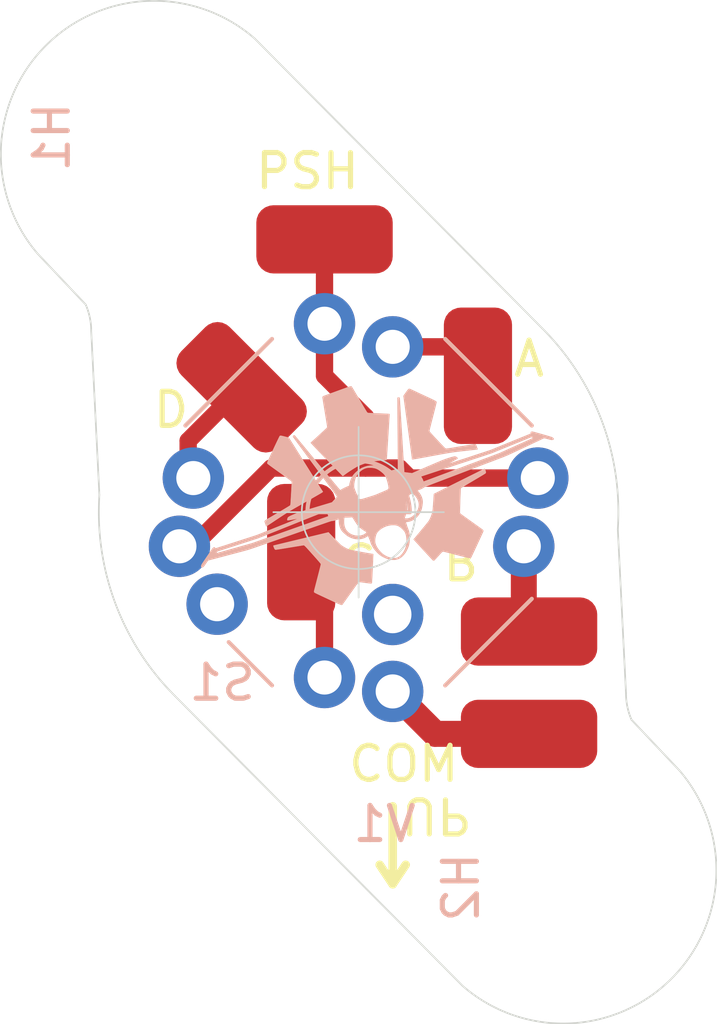
<source format=kicad_pcb>
(kicad_pcb (version 20171130) (host pcbnew "(5.1.6)-1")

  (general
    (thickness 1.6)
    (drawings 22)
    (tracks 21)
    (zones 0)
    (modules 10)
    (nets 7)
  )

  (page A4)
  (layers
    (0 F.Cu signal)
    (31 B.Cu signal)
    (32 B.Adhes user)
    (33 F.Adhes user)
    (34 B.Paste user)
    (35 F.Paste user)
    (36 B.SilkS user)
    (37 F.SilkS user)
    (38 B.Mask user)
    (39 F.Mask user)
    (40 Dwgs.User user)
    (41 Cmts.User user)
    (42 Eco1.User user)
    (43 Eco2.User user)
    (44 Edge.Cuts user)
    (45 Margin user)
    (46 B.CrtYd user)
    (47 F.CrtYd user)
    (48 B.Fab user hide)
    (49 F.Fab user hide)
  )

  (setup
    (last_trace_width 0.25)
    (user_trace_width 0.2032)
    (user_trace_width 0.4064)
    (user_trace_width 0.508)
    (user_trace_width 0.762)
    (trace_clearance 0.2)
    (zone_clearance 0.508)
    (zone_45_only no)
    (trace_min 0.2)
    (via_size 0.8)
    (via_drill 0.4)
    (via_min_size 0.4)
    (via_min_drill 0.3)
    (uvia_size 0.3)
    (uvia_drill 0.1)
    (uvias_allowed no)
    (uvia_min_size 0.2)
    (uvia_min_drill 0.1)
    (edge_width 0.05)
    (segment_width 0.2)
    (pcb_text_width 0.3)
    (pcb_text_size 1.5 1.5)
    (mod_edge_width 0.12)
    (mod_text_size 1 1)
    (mod_text_width 0.15)
    (pad_size 1.524 1.524)
    (pad_drill 0.762)
    (pad_to_mask_clearance 0.05)
    (aux_axis_origin 117.840999 101.940999)
    (grid_origin 117.840999 101.940999)
    (visible_elements 7FFFFFFF)
    (pcbplotparams
      (layerselection 0x010fc_ffffffff)
      (usegerberextensions true)
      (usegerberattributes false)
      (usegerberadvancedattributes true)
      (creategerberjobfile false)
      (excludeedgelayer true)
      (linewidth 0.100000)
      (plotframeref false)
      (viasonmask false)
      (mode 1)
      (useauxorigin false)
      (hpglpennumber 1)
      (hpglpenspeed 20)
      (hpglpendiameter 15.000000)
      (psnegative false)
      (psa4output false)
      (plotreference true)
      (plotvalue false)
      (plotinvisibletext false)
      (padsonsilk false)
      (subtractmaskfromsilk false)
      (outputformat 1)
      (mirror false)
      (drillshape 0)
      (scaleselection 1)
      (outputdirectory "manufacturing/gerber/"))
  )

  (net 0 "")
  (net 1 "Net-(J1-Pad1)")
  (net 2 "Net-(J2-Pad1)")
  (net 3 "Net-(J3-Pad1)")
  (net 4 "Net-(J4-Pad1)")
  (net 5 "Net-(J5-Pad1)")
  (net 6 "Net-(J6-Pad1)")

  (net_class Default "This is the default net class."
    (clearance 0.2)
    (trace_width 0.25)
    (via_dia 0.8)
    (via_drill 0.4)
    (uvia_dia 0.3)
    (uvia_drill 0.1)
    (add_net "Net-(J1-Pad1)")
    (add_net "Net-(J2-Pad1)")
    (add_net "Net-(J3-Pad1)")
    (add_net "Net-(J4-Pad1)")
    (add_net "Net-(J5-Pad1)")
    (add_net "Net-(J6-Pad1)")
  )

  (module MountingHole:MountingHole_3mm (layer B.Cu) (tedit 56D1B4CB) (tstamp 5EDDDA76)
    (at 111.840999 90.940999 180)
    (descr "Mounting Hole 3mm, no annular")
    (tags "mounting hole 3mm no annular")
    (path /5ED237D8)
    (attr virtual)
    (fp_text reference H1 (at 3 0 270) (layer B.SilkS)
      (effects (font (size 1 1) (thickness 0.15)) (justify mirror))
    )
    (fp_text value MountingHole (at 0 -4) (layer B.Fab)
      (effects (font (size 1 1) (thickness 0.15)) (justify mirror))
    )
    (fp_circle (center 0 0) (end 3.25 0) (layer B.CrtYd) (width 0.05))
    (fp_circle (center 0 0) (end 3 0) (layer Cmts.User) (width 0.15))
    (fp_text user %R (at 0.3 0) (layer B.Fab)
      (effects (font (size 1 1) (thickness 0.15)) (justify mirror))
    )
    (pad 1 np_thru_hole circle (at 0 0 180) (size 3 3) (drill 3) (layers *.Cu *.Mask))
  )

  (module KiCAD_Libraries:OH_LOGO_NO_TEXT_11mm_5.9mm (layer B.Cu) (tedit 5EDB1BBF) (tstamp 5EDDD826)
    (at 118.340999 101.440999 200)
    (fp_text reference G*** (at 0 0 20) (layer B.SilkS) hide
      (effects (font (size 1.524 1.524) (thickness 0.3)) (justify mirror))
    )
    (fp_text value LOGO (at 0.75 0 20) (layer B.SilkS) hide
      (effects (font (size 1.524 1.524) (thickness 0.3)) (justify mirror))
    )
    (fp_poly (pts (xy 0.008146 3.253543) (xy 0.028827 3.253543) (xy 0.09866 3.253535) (xy 0.160522 3.253504)
      (xy 0.214909 3.253443) (xy 0.262316 3.253344) (xy 0.303239 3.253198) (xy 0.338173 3.252998)
      (xy 0.367615 3.252736) (xy 0.39206 3.252403) (xy 0.412004 3.251993) (xy 0.427942 3.251496)
      (xy 0.44037 3.250905) (xy 0.449783 3.250212) (xy 0.456678 3.249409) (xy 0.46155 3.248488)
      (xy 0.464895 3.247441) (xy 0.466826 3.246494) (xy 0.476805 3.238366) (xy 0.483293 3.229496)
      (xy 0.484685 3.22402) (xy 0.487505 3.210791) (xy 0.491644 3.190378) (xy 0.496991 3.163354)
      (xy 0.503436 3.130289) (xy 0.510869 3.091756) (xy 0.519181 3.048326) (xy 0.528262 3.000569)
      (xy 0.538001 2.949058) (xy 0.548289 2.894364) (xy 0.559016 2.837059) (xy 0.566297 2.798005)
      (xy 0.577271 2.739251) (xy 0.587902 2.682708) (xy 0.598081 2.628951) (xy 0.607693 2.578553)
      (xy 0.616628 2.532087) (xy 0.624774 2.490129) (xy 0.632019 2.453252) (xy 0.638251 2.422029)
      (xy 0.643359 2.397035) (xy 0.64723 2.378842) (xy 0.649753 2.368026) (xy 0.650622 2.365212)
      (xy 0.658323 2.353769) (xy 0.666405 2.344876) (xy 0.671416 2.342218) (xy 0.683519 2.336677)
      (xy 0.701965 2.328564) (xy 0.726002 2.31819) (xy 0.754882 2.305866) (xy 0.787856 2.291903)
      (xy 0.824173 2.276611) (xy 0.863085 2.260302) (xy 0.903841 2.243287) (xy 0.945692 2.225876)
      (xy 0.987888 2.208381) (xy 1.02968 2.191113) (xy 1.070319 2.174381) (xy 1.109054 2.158499)
      (xy 1.145136 2.143775) (xy 1.177816 2.130522) (xy 1.206343 2.11905) (xy 1.229969 2.10967)
      (xy 1.247944 2.102693) (xy 1.259518 2.09843) (xy 1.263381 2.097233) (xy 1.263786 2.095795)
      (xy 1.262907 2.091697) (xy 1.26061 2.084628) (xy 1.256758 2.074274) (xy 1.251215 2.060325)
      (xy 1.243847 2.042467) (xy 1.234516 2.020388) (xy 1.223087 1.993775) (xy 1.209426 1.962318)
      (xy 1.193394 1.925702) (xy 1.174858 1.883616) (xy 1.153681 1.835748) (xy 1.129728 1.781785)
      (xy 1.102862 1.721415) (xy 1.072948 1.654325) (xy 1.039851 1.580204) (xy 1.003434 1.498738)
      (xy 0.995899 1.481894) (xy 0.965319 1.41354) (xy 0.935648 1.347248) (xy 0.907074 1.283432)
      (xy 0.879782 1.222509) (xy 0.853961 1.164896) (xy 0.829796 1.111007) (xy 0.807475 1.061259)
      (xy 0.787184 1.016068) (xy 0.76911 0.975851) (xy 0.75344 0.941022) (xy 0.74036 0.911998)
      (xy 0.730058 0.889196) (xy 0.722719 0.87303) (xy 0.718532 0.863918) (xy 0.717597 0.861988)
      (xy 0.714967 0.859952) (xy 0.709691 0.859537) (xy 0.700572 0.860968) (xy 0.686414 0.864471)
      (xy 0.66602 0.870271) (xy 0.652762 0.874207) (xy 0.591919 0.891646) (xy 0.526723 0.908935)
      (xy 0.459297 0.92558) (xy 0.391764 0.94109) (xy 0.326249 0.954973) (xy 0.264874 0.966739)
      (xy 0.221249 0.974127) (xy 0.19584 0.977232) (xy 0.163674 0.979772) (xy 0.126442 0.981725)
      (xy 0.085835 0.983072) (xy 0.043544 0.983792) (xy 0.001262 0.983864) (xy -0.039322 0.983267)
      (xy -0.076514 0.981981) (xy -0.108625 0.979985) (xy -0.125394 0.978364) (xy -0.173903 0.97178)
      (xy -0.228704 0.962614) (xy -0.28815 0.951225) (xy -0.350594 0.937975) (xy -0.41439 0.923225)
      (xy -0.47789 0.907336) (xy -0.539449 0.890669) (xy -0.582194 0.878224) (xy -0.60508 0.871396)
      (xy -0.625114 0.865528) (xy -0.640903 0.86102) (xy -0.651057 0.858268) (xy -0.654161 0.857599)
      (xy -0.656159 0.861425) (xy -0.661355 0.872602) (xy -0.669566 0.890717) (xy -0.68061 0.915357)
      (xy -0.694305 0.94611) (xy -0.710469 0.982562) (xy -0.728921 1.024302) (xy -0.749477 1.070917)
      (xy -0.771957 1.121994) (xy -0.796177 1.177121) (xy -0.821957 1.235885) (xy -0.849114 1.297873)
      (xy -0.877465 1.362672) (xy -0.90683 1.429871) (xy -0.925985 1.473751) (xy -0.955907 1.542336)
      (xy -0.984908 1.608842) (xy -1.012808 1.672851) (xy -1.039425 1.733947) (xy -1.064578 1.791713)
      (xy -1.088086 1.845733) (xy -1.109768 1.895588) (xy -1.129443 1.940864) (xy -1.146929 1.981143)
      (xy -1.162046 2.016008) (xy -1.174612 2.045042) (xy -1.184447 2.06783) (xy -1.191369 2.083954)
      (xy -1.195197 2.092997) (xy -1.195938 2.09487) (xy -1.192292 2.097421) (xy -1.181147 2.102945)
      (xy -1.162871 2.111284) (xy -1.137831 2.12228) (xy -1.106397 2.135776) (xy -1.068934 2.151614)
      (xy -1.025813 2.169636) (xy -0.977399 2.189686) (xy -0.924061 2.211604) (xy -0.91245 2.216356)
      (xy -0.865574 2.235571) (xy -0.820755 2.254031) (xy -0.778647 2.271462) (xy -0.739905 2.287588)
      (xy -0.705182 2.302134) (xy -0.675132 2.314826) (xy -0.650409 2.325388) (xy -0.631668 2.333547)
      (xy -0.619561 2.339027) (xy -0.61498 2.34137) (xy -0.604142 2.351277) (xy -0.595149 2.363715)
      (xy -0.594643 2.364675) (xy -0.59267 2.3712) (xy -0.58928 2.385663) (xy -0.58455 2.407667)
      (xy -0.578557 2.436816) (xy -0.571379 2.472714) (xy -0.563094 2.514964) (xy -0.55378 2.56317)
      (xy -0.543515 2.616937) (xy -0.532375 2.675867) (xy -0.520439 2.739565) (xy -0.508807 2.80212)
      (xy -0.497891 2.860879) (xy -0.487345 2.91737) (xy -0.477276 2.971025) (xy -0.467794 3.021277)
      (xy -0.459007 3.06756) (xy -0.451024 3.109307) (xy -0.443954 3.145949) (xy -0.437906 3.17692)
      (xy -0.432987 3.201653) (xy -0.429308 3.219581) (xy -0.426977 3.230137) (xy -0.426215 3.232818)
      (xy -0.424486 3.23613) (xy -0.422724 3.239069) (xy -0.420442 3.241658) (xy -0.417151 3.243918)
      (xy -0.412364 3.245872) (xy -0.405592 3.247543) (xy -0.396348 3.248952) (xy -0.384142 3.250122)
      (xy -0.368488 3.251074) (xy -0.348896 3.251832) (xy -0.324879 3.252416) (xy -0.295949 3.252851)
      (xy -0.261618 3.253157) (xy -0.221396 3.253358) (xy -0.174798 3.253474) (xy -0.121333 3.253529)
      (xy -0.060515 3.253544) (xy 0.008146 3.253543)) (layer B.SilkS) (width 0.01))
    (fp_poly (pts (xy 2.049502 2.591107) (xy 2.053979 2.587796) (xy 2.063917 2.57896) (xy 2.07882 2.565089)
      (xy 2.098194 2.546676) (xy 2.121544 2.524213) (xy 2.148375 2.498192) (xy 2.178192 2.469104)
      (xy 2.210499 2.437441) (xy 2.244803 2.403696) (xy 2.280607 2.368361) (xy 2.317418 2.331927)
      (xy 2.35474 2.294886) (xy 2.392078 2.25773) (xy 2.428938 2.220952) (xy 2.464824 2.185042)
      (xy 2.499241 2.150494) (xy 2.531695 2.117798) (xy 2.56169 2.087448) (xy 2.588732 2.059934)
      (xy 2.612326 2.035749) (xy 2.631976 2.015384) (xy 2.647189 1.999333) (xy 2.657468 1.988086)
      (xy 2.662319 1.982135) (xy 2.662497 1.98183) (xy 2.667036 1.965831) (xy 2.666767 1.955707)
      (xy 2.663888 1.949526) (xy 2.656162 1.936483) (xy 2.643627 1.916632) (xy 2.626317 1.890028)
      (xy 2.60427 1.856726) (xy 2.577522 1.81678) (xy 2.546109 1.770246) (xy 2.510068 1.717177)
      (xy 2.469435 1.657628) (xy 2.424518 1.592052) (xy 2.385198 1.53464) (xy 2.348696 1.481145)
      (xy 2.315221 1.431877) (xy 2.284978 1.387147) (xy 2.258176 1.347264) (xy 2.235021 1.31254)
      (xy 2.215721 1.283284) (xy 2.200482 1.259807) (xy 2.189512 1.242419) (xy 2.183019 1.231431)
      (xy 2.181204 1.227548) (xy 2.179497 1.214715) (xy 2.17991 1.203813) (xy 2.179986 1.20345)
      (xy 2.182185 1.197157) (xy 2.187428 1.183905) (xy 2.195401 1.16443) (xy 2.205785 1.139469)
      (xy 2.218265 1.109757) (xy 2.232524 1.076029) (xy 2.248245 1.039022) (xy 2.265111 0.999472)
      (xy 2.282806 0.958113) (xy 2.301014 0.915682) (xy 2.319417 0.872915) (xy 2.337699 0.830547)
      (xy 2.355543 0.789314) (xy 2.372633 0.749952) (xy 2.388653 0.713197) (xy 2.403284 0.679785)
      (xy 2.416212 0.65045) (xy 2.427119 0.62593) (xy 2.435688 0.606959) (xy 2.441603 0.594274)
      (xy 2.444548 0.58861) (xy 2.444614 0.588522) (xy 2.454586 0.578688) (xy 2.464321 0.572034)
      (xy 2.470013 0.570447) (xy 2.483451 0.56744) (xy 2.504055 0.563128) (xy 2.531244 0.557624)
      (xy 2.564437 0.55104) (xy 2.603054 0.54349) (xy 2.646514 0.535087) (xy 2.694237 0.525944)
      (xy 2.745642 0.516175) (xy 2.800148 0.505892) (xy 2.857175 0.495208) (xy 2.888339 0.489401)
      (xy 2.956057 0.476801) (xy 3.015949 0.465643) (xy 3.068512 0.455822) (xy 3.114244 0.447234)
      (xy 3.153642 0.439774) (xy 3.187204 0.433337) (xy 3.215429 0.427819) (xy 3.238812 0.423115)
      (xy 3.257853 0.419121) (xy 3.273049 0.415732) (xy 3.284897 0.412844) (xy 3.293896 0.410353)
      (xy 3.300542 0.408152) (xy 3.305334 0.406139) (xy 3.308769 0.404208) (xy 3.311346 0.402255)
      (xy 3.31356 0.400175) (xy 3.313699 0.400038) (xy 3.326399 0.387436) (xy 3.329061 0.23941)
      (xy 3.319263 0.239842) (xy 3.313478 0.240908) (xy 3.30022 0.243829) (xy 3.280236 0.248428)
      (xy 3.254273 0.254526) (xy 3.223077 0.261946) (xy 3.187396 0.270511) (xy 3.147975 0.280043)
      (xy 3.105561 0.290365) (xy 3.061815 0.301073) (xy 2.967896 0.324001) (xy 2.881777 0.344751)
      (xy 2.803101 0.363404) (xy 2.731508 0.380041) (xy 2.666641 0.394746) (xy 2.608141 0.4076)
      (xy 2.555649 0.418685) (xy 2.508807 0.428082) (xy 2.490315 0.431624) (xy 2.475564 0.434316)
      (xy 2.453112 0.438288) (xy 2.42361 0.443431) (xy 2.387708 0.449634) (xy 2.346058 0.456784)
      (xy 2.299309 0.464772) (xy 2.248113 0.473486) (xy 2.19312 0.482816) (xy 2.13498 0.492651)
      (xy 2.074345 0.502879) (xy 2.011865 0.513389) (xy 1.948191 0.524072) (xy 1.942098 0.525092)
      (xy 1.879577 0.535602) (xy 1.819021 0.545854) (xy 1.760998 0.55575) (xy 1.706077 0.565188)
      (xy 1.654824 0.57407) (xy 1.607809 0.582294) (xy 1.565599 0.589761) (xy 1.528762 0.596371)
      (xy 1.497866 0.602024) (xy 1.47348 0.60662) (xy 1.456172 0.610058) (xy 1.446509 0.61224)
      (xy 1.445369 0.612572) (xy 1.431049 0.617577) (xy 1.423318 0.6215) (xy 1.420603 0.625504)
      (xy 1.421224 0.630404) (xy 1.423142 0.637154) (xy 1.425416 0.64572) (xy 1.428115 0.656423)
      (xy 1.431311 0.669587) (xy 1.435075 0.685534) (xy 1.439478 0.704586) (xy 1.44459 0.727068)
      (xy 1.450483 0.7533) (xy 1.457227 0.783607) (xy 1.464893 0.818311) (xy 1.473552 0.857733)
      (xy 1.483275 0.902198) (xy 1.494133 0.952028) (xy 1.506197 1.007546) (xy 1.519538 1.069074)
      (xy 1.534226 1.136934) (xy 1.550332 1.211451) (xy 1.567927 1.292946) (xy 1.587083 1.381742)
      (xy 1.607869 1.478162) (xy 1.630358 1.582529) (xy 1.631028 1.585641) (xy 1.818448 2.455622)
      (xy 1.916859 2.523324) (xy 1.9429 2.541013) (xy 1.967177 2.557073) (xy 1.988678 2.570871)
      (xy 2.006394 2.581772) (xy 2.019317 2.589141) (xy 2.026434 2.592345) (xy 2.026821 2.592416)
      (xy 2.040237 2.592467) (xy 2.049502 2.591107)) (layer B.SilkS) (width 0.01))
    (fp_poly (pts (xy -1.980016 2.593) (xy -1.974008 2.592651) (xy -1.967807 2.591347) (xy -1.960511 2.588566)
      (xy -1.951218 2.583781) (xy -1.939026 2.57647) (xy -1.923032 2.566107) (xy -1.902334 2.552168)
      (xy -1.87603 2.534129) (xy -1.861653 2.524208) (xy -1.76227 2.45556) (xy -1.571062 1.568853)
      (xy -1.552637 1.483452) (xy -1.534631 1.400074) (xy -1.517129 1.319109) (xy -1.500216 1.24095)
      (xy -1.483978 1.165989) (xy -1.4685 1.094618) (xy -1.453868 1.02723) (xy -1.440166 0.964215)
      (xy -1.42748 0.905966) (xy -1.415896 0.852876) (xy -1.405499 0.805335) (xy -1.396374 0.763737)
      (xy -1.388607 0.728472) (xy -1.382283 0.699934) (xy -1.377487 0.678514) (xy -1.374305 0.664604)
      (xy -1.37285 0.658687) (xy -1.368594 0.644548) (xy -1.365053 0.632992) (xy -1.363536 0.62819)
      (xy -1.36392 0.623903) (xy -1.369063 0.619888) (xy -1.380322 0.615325) (xy -1.390197 0.612103)
      (xy -1.398141 0.610223) (xy -1.413875 0.60706) (xy -1.436834 0.602715) (xy -1.466454 0.597286)
      (xy -1.50217 0.590872) (xy -1.54342 0.583573) (xy -1.589639 0.575487) (xy -1.640262 0.566712)
      (xy -1.694727 0.55735) (xy -1.752467 0.547497) (xy -1.812921 0.537254) (xy -1.875523 0.526718)
      (xy -1.899652 0.522677) (xy -1.984255 0.508521) (xy -2.061189 0.495627) (xy -2.131135 0.483858)
      (xy -2.194775 0.473078) (xy -2.25279 0.463152) (xy -2.305861 0.453944) (xy -2.354669 0.445317)
      (xy -2.399897 0.437136) (xy -2.442225 0.429265) (xy -2.482334 0.421568) (xy -2.520907 0.413909)
      (xy -2.558624 0.406152) (xy -2.596167 0.398161) (xy -2.634216 0.3898) (xy -2.673455 0.380933)
      (xy -2.714563 0.371425) (xy -2.758222 0.361139) (xy -2.805114 0.349939) (xy -2.85592 0.33769)
      (xy -2.911321 0.324255) (xy -2.971999 0.309499) (xy -2.98941 0.305262) (xy -3.035944 0.293958)
      (xy -3.080115 0.283268) (xy -3.121227 0.273357) (xy -3.158581 0.264392) (xy -3.19148 0.256539)
      (xy -3.219226 0.249964) (xy -3.241123 0.244834) (xy -3.256472 0.241314) (xy -3.264575 0.239572)
      (xy -3.265635 0.23941) (xy -3.267794 0.241107) (xy -3.269353 0.246869) (xy -3.270391 0.257707)
      (xy -3.270992 0.274631) (xy -3.271235 0.29865) (xy -3.271251 0.309061) (xy -3.271035 0.338631)
      (xy -3.270214 0.360997) (xy -3.268538 0.377417) (xy -3.26575 0.389146) (xy -3.261599 0.397441)
      (xy -3.25583 0.403558) (xy -3.251544 0.406668) (xy -3.245836 0.408463) (xy -3.232226 0.411675)
      (xy -3.211148 0.41622) (xy -3.183034 0.422013) (xy -3.148314 0.428969) (xy -3.107421 0.437002)
      (xy -3.060787 0.446028) (xy -3.008844 0.455963) (xy -2.952023 0.466721) (xy -2.890756 0.478217)
      (xy -2.829922 0.489542) (xy -2.761786 0.502192) (xy -2.70148 0.513417) (xy -2.648504 0.52332)
      (xy -2.602362 0.532004) (xy -2.562554 0.53957) (xy -2.528583 0.54612) (xy -2.499949 0.551758)
      (xy -2.476154 0.556584) (xy -2.456701 0.560702) (xy -2.44109 0.564213) (xy -2.428823 0.56722)
      (xy -2.419403 0.569824) (xy -2.41233 0.572128) (xy -2.407106 0.574235) (xy -2.403233 0.576246)
      (xy -2.401405 0.577412) (xy -2.398221 0.579731) (xy -2.395123 0.582518) (xy -2.391862 0.5863)
      (xy -2.388192 0.591609) (xy -2.383865 0.598972) (xy -2.378634 0.608918) (xy -2.372251 0.621978)
      (xy -2.364469 0.638679) (xy -2.355041 0.659552) (xy -2.343719 0.685125) (xy -2.330256 0.715927)
      (xy -2.314405 0.752487) (xy -2.295917 0.795336) (xy -2.274547 0.845001) (xy -2.254574 0.891472)
      (xy -2.229822 0.949104) (xy -2.208232 0.999496) (xy -2.189613 1.043184) (xy -2.173775 1.080704)
      (xy -2.160527 1.11259) (xy -2.14968 1.13938) (xy -2.141044 1.161607) (xy -2.134428 1.179808)
      (xy -2.129642 1.194518) (xy -2.126497 1.206273) (xy -2.124801 1.215609) (xy -2.124366 1.22306)
      (xy -2.125 1.229163) (xy -2.126514 1.234452) (xy -2.128717 1.239464) (xy -2.130081 1.242155)
      (xy -2.133299 1.247252) (xy -2.140978 1.25883) (xy -2.152783 1.276394) (xy -2.168376 1.299451)
      (xy -2.18742 1.327505) (xy -2.209579 1.360061) (xy -2.234516 1.396627) (xy -2.261894 1.436706)
      (xy -2.291377 1.479804) (xy -2.322627 1.525427) (xy -2.355308 1.573081) (xy -2.369921 1.594369)
      (xy -2.403086 1.642721) (xy -2.434933 1.689243) (xy -2.465127 1.733443) (xy -2.493336 1.774828)
      (xy -2.519225 1.812905) (xy -2.542461 1.847183) (xy -2.56271 1.877168) (xy -2.579639 1.902368)
      (xy -2.592914 1.92229) (xy -2.602201 1.936441) (xy -2.607167 1.94433) (xy -2.607898 1.945693)
      (xy -2.609636 1.950132) (xy -2.610981 1.95427) (xy -2.61161 1.958473) (xy -2.611197 1.963106)
      (xy -2.609418 1.968536) (xy -2.605949 1.975126) (xy -2.600465 1.983244) (xy -2.592642 1.993255)
      (xy -2.582155 2.005524) (xy -2.56868 2.020416) (xy -2.551893 2.038298) (xy -2.531468 2.059535)
      (xy -2.507082 2.084492) (xy -2.47841 2.113535) (xy -2.445128 2.14703) (xy -2.406911 2.185342)
      (xy -2.363434 2.228837) (xy -2.314374 2.27788) (xy -2.302807 2.289443) (xy -1.998997 2.593143)
      (xy -1.980016 2.593)) (layer B.SilkS) (width 0.01))
    (fp_poly (pts (xy -1.584959 2.465431) (xy -1.57862 2.462259) (xy -1.574793 2.455079) (xy -1.574584 2.454502)
      (xy -1.572097 2.447529) (xy -1.566934 2.433041) (xy -1.55926 2.4115) (xy -1.549239 2.383366)
      (xy -1.537036 2.349102) (xy -1.522815 2.309169) (xy -1.506739 2.264027) (xy -1.488974 2.214139)
      (xy -1.469683 2.159966) (xy -1.449031 2.101969) (xy -1.427182 2.040609) (xy -1.4043 1.976348)
      (xy -1.38055 1.909648) (xy -1.356096 1.840969) (xy -1.331102 1.770773) (xy -1.305732 1.699522)
      (xy -1.280151 1.627677) (xy -1.254524 1.555699) (xy -1.229013 1.484049) (xy -1.203784 1.413189)
      (xy -1.179001 1.343581) (xy -1.154828 1.275685) (xy -1.131429 1.209963) (xy -1.108969 1.146877)
      (xy -1.087613 1.086888) (xy -1.067523 1.030457) (xy -1.048864 0.978045) (xy -1.031802 0.930115)
      (xy -1.0165 0.887126) (xy -1.003121 0.849542) (xy -0.991832 0.817823) (xy -0.989372 0.81091)
      (xy -0.97154 0.760824) (xy -0.95453 0.713079) (xy -0.938554 0.668272) (xy -0.923824 0.626998)
      (xy -0.910555 0.589851) (xy -0.898958 0.557429) (xy -0.889247 0.530325) (xy -0.881635 0.509136)
      (xy -0.876334 0.494456) (xy -0.873557 0.486882) (xy -0.873185 0.485946) (xy -0.869108 0.486679)
      (xy -0.860184 0.489897) (xy -0.857624 0.490944) (xy -0.840141 0.496529) (xy -0.815573 0.501905)
      (xy -0.785302 0.506899) (xy -0.75071 0.51134) (xy -0.713178 0.515056) (xy -0.674089 0.517874)
      (xy -0.634823 0.519623) (xy -0.62534 0.519869) (xy -0.580811 0.520847) (xy -0.560386 0.555282)
      (xy -0.535754 0.593598) (xy -0.507191 0.632631) (xy -0.476167 0.670665) (xy -0.444156 0.70598)
      (xy -0.412629 0.736859) (xy -0.384619 0.760406) (xy -0.355444 0.779956) (xy -0.31947 0.799784)
      (xy -0.278312 0.819225) (xy -0.233585 0.837612) (xy -0.186904 0.85428) (xy -0.139883 0.868562)
      (xy -0.096251 0.87934) (xy -0.062538 0.884818) (xy -0.023159 0.888279) (xy 0.019328 0.889722)
      (xy 0.062365 0.889148) (xy 0.103395 0.886555) (xy 0.139861 0.881945) (xy 0.153515 0.87934)
      (xy 0.205622 0.866304) (xy 0.257667 0.849941) (xy 0.308115 0.830905) (xy 0.355429 0.809851)
      (xy 0.398073 0.787433) (xy 0.434512 0.764305) (xy 0.449053 0.75338) (xy 0.479699 0.7264)
      (xy 0.51189 0.693721) (xy 0.543866 0.657437) (xy 0.573865 0.619644) (xy 0.600127 0.582437)
      (xy 0.619346 0.550759) (xy 0.635737 0.520893) (xy 0.683551 0.519852) (xy 0.738829 0.517428)
      (xy 0.792806 0.512724) (xy 0.843655 0.505976) (xy 0.889546 0.497421) (xy 0.923605 0.488811)
      (xy 0.924325 0.488945) (xy 0.925287 0.48988) (xy 0.926582 0.491861) (xy 0.928298 0.495137)
      (xy 0.930525 0.499952) (xy 0.933351 0.506555) (xy 0.936866 0.515192) (xy 0.941159 0.52611)
      (xy 0.946319 0.539555) (xy 0.952435 0.555773) (xy 0.959596 0.575013) (xy 0.967892 0.59752)
      (xy 0.977411 0.623541) (xy 0.988243 0.653322) (xy 1.000477 0.687112) (xy 1.014202 0.725155)
      (xy 1.029507 0.767699) (xy 1.046482 0.814991) (xy 1.065214 0.867277) (xy 1.085795 0.924804)
      (xy 1.108312 0.987819) (xy 1.132854 1.056568) (xy 1.159512 1.131298) (xy 1.188374 1.212256)
      (xy 1.219529 1.299688) (xy 1.253066 1.393842) (xy 1.289075 1.494963) (xy 1.327645 1.603299)
      (xy 1.368864 1.719096) (xy 1.412822 1.842601) (xy 1.417031 1.854427) (xy 1.633991 2.464027)
      (xy 1.65266 2.465277) (xy 1.665751 2.465173) (xy 1.674873 2.461597) (xy 1.683361 2.45397)
      (xy 1.695392 2.441412) (xy 1.385301 1.394667) (xy 1.07521 0.347921) (xy 1.086275 0.339098)
      (xy 1.093124 0.334686) (xy 1.106309 0.327114) (xy 1.124613 0.317048) (xy 1.146817 0.30515)
      (xy 1.171705 0.292085) (xy 1.186754 0.284304) (xy 1.27617 0.238332) (xy 1.579501 0.255934)
      (xy 1.669489 0.261149) (xy 1.751478 0.265881) (xy 1.825919 0.270152) (xy 1.893266 0.273982)
      (xy 1.953971 0.277393) (xy 2.008486 0.280405) (xy 2.057263 0.283038) (xy 2.100755 0.285314)
      (xy 2.139415 0.287254) (xy 2.173693 0.288878) (xy 2.204044 0.290208) (xy 2.230919 0.291263)
      (xy 2.25477 0.292066) (xy 2.27605 0.292636) (xy 2.295212 0.292995) (xy 2.312707 0.293163)
      (xy 2.328988 0.293162) (xy 2.344508 0.293012) (xy 2.359718 0.292734) (xy 2.371782 0.292438)
      (xy 2.431083 0.290487) (xy 2.483388 0.288002) (xy 2.528385 0.285006) (xy 2.565758 0.281522)
      (xy 2.595195 0.277574) (xy 2.610068 0.274737) (xy 2.634851 0.266319) (xy 2.65416 0.252789)
      (xy 2.669548 0.232867) (xy 2.67627 0.220078) (xy 2.680347 0.211687) (xy 2.683401 0.204834)
      (xy 2.684718 0.199222) (xy 2.683588 0.194553) (xy 2.6793 0.19053) (xy 2.671141 0.186855)
      (xy 2.6584 0.183231) (xy 2.640365 0.17936) (xy 2.616326 0.174944) (xy 2.58557 0.169687)
      (xy 2.547387 0.16329) (xy 2.535823 0.161348) (xy 2.491274 0.153818) (xy 2.454565 0.147533)
      (xy 2.425176 0.14239) (xy 2.402588 0.138289) (xy 2.386282 0.135129) (xy 2.375739 0.132809)
      (xy 2.370438 0.131228) (xy 2.369862 0.130285) (xy 2.373489 0.129879) (xy 2.373898 0.129867)
      (xy 2.379027 0.129716) (xy 2.392151 0.129317) (xy 2.412805 0.128685) (xy 2.440521 0.127835)
      (xy 2.474834 0.126782) (xy 2.515276 0.125538) (xy 2.561382 0.124119) (xy 2.612684 0.12254)
      (xy 2.668716 0.120813) (xy 2.729011 0.118955) (xy 2.793104 0.116979) (xy 2.860526 0.114899)
      (xy 2.930811 0.112731) (xy 3.003494 0.110488) (xy 3.028179 0.109725) (xy 3.673993 0.089787)
      (xy 4.264313 0.11178) (xy 4.335296 0.114429) (xy 4.404572 0.117025) (xy 4.471604 0.119546)
      (xy 4.535856 0.121971) (xy 4.596792 0.124281) (xy 4.653875 0.126454) (xy 4.706569 0.128471)
      (xy 4.754338 0.13031) (xy 4.796645 0.131951) (xy 4.832955 0.133373) (xy 4.86273 0.134557)
      (xy 4.885435 0.135481) (xy 4.900533 0.136124) (xy 4.905673 0.136365) (xy 4.956714 0.138957)
      (xy 4.954933 0.151091) (xy 4.955668 0.166794) (xy 4.962608 0.177527) (xy 4.974893 0.182985)
      (xy 4.99166 0.182864) (xy 5.012051 0.176858) (xy 5.018936 0.173772) (xy 5.025313 0.169876)
      (xy 5.037825 0.161495) (xy 5.055764 0.149136) (xy 5.078427 0.133305) (xy 5.105106 0.114508)
      (xy 5.135097 0.093251) (xy 5.167694 0.07004) (xy 5.202192 0.04538) (xy 5.237884 0.01978)
      (xy 5.274065 -0.006256) (xy 5.31003 -0.032222) (xy 5.345073 -0.057611) (xy 5.378488 -0.081917)
      (xy 5.40957 -0.104635) (xy 5.437613 -0.125257) (xy 5.461912 -0.143278) (xy 5.481761 -0.158192)
      (xy 5.482316 -0.158612) (xy 5.503579 -0.177716) (xy 5.517834 -0.198009) (xy 5.525708 -0.218395)
      (xy 5.528042 -0.233627) (xy 5.524871 -0.243892) (xy 5.5156 -0.249609) (xy 5.499635 -0.2512)
      (xy 5.481376 -0.249749) (xy 5.473903 -0.248518) (xy 5.466435 -0.246391) (xy 5.457993 -0.242792)
      (xy 5.447597 -0.237146) (xy 5.434267 -0.228877) (xy 5.417024 -0.217411) (xy 5.394888 -0.20217)
      (xy 5.366879 -0.182581) (xy 5.366095 -0.18203) (xy 5.273732 -0.117175) (xy 5.189065 -0.125106)
      (xy 5.155474 -0.128238) (xy 5.115791 -0.131914) (xy 5.070716 -0.13607) (xy 5.020948 -0.140643)
      (xy 4.967187 -0.145569) (xy 4.910131 -0.150786) (xy 4.85048 -0.156229) (xy 4.788932 -0.161835)
      (xy 4.726187 -0.167542) (xy 4.662943 -0.173285) (xy 4.599901 -0.179001) (xy 4.537759 -0.184628)
      (xy 4.477216 -0.190101) (xy 4.418972 -0.195357) (xy 4.363725 -0.200333) (xy 4.312174 -0.204965)
      (xy 4.26502 -0.209191) (xy 4.22296 -0.212946) (xy 4.186694 -0.216168) (xy 4.156921 -0.218793)
      (xy 4.134341 -0.220758) (xy 4.122265 -0.221783) (xy 4.102473 -0.223339) (xy 4.082082 -0.224736)
      (xy 4.060426 -0.225993) (xy 4.036838 -0.227128) (xy 4.010652 -0.228158) (xy 3.981203 -0.229102)
      (xy 3.947824 -0.229977) (xy 3.909849 -0.2308) (xy 3.866612 -0.23159) (xy 3.817447 -0.232364)
      (xy 3.761688 -0.233141) (xy 3.698668 -0.233937) (xy 3.641782 -0.234609) (xy 3.592626 -0.235179)
      (xy 3.545375 -0.235732) (xy 3.49954 -0.236274) (xy 3.454632 -0.236812) (xy 3.41016 -0.237354)
      (xy 3.365634 -0.237905) (xy 3.320565 -0.238472) (xy 3.274463 -0.239061) (xy 3.226838 -0.23968)
      (xy 3.1772 -0.240334) (xy 3.12506 -0.241031) (xy 3.069928 -0.241777) (xy 3.011315 -0.242579)
      (xy 2.948729 -0.243443) (xy 2.881682 -0.244375) (xy 2.809684 -0.245383) (xy 2.732245 -0.246473)
      (xy 2.648876 -0.247652) (xy 2.559085 -0.248926) (xy 2.462385 -0.250301) (xy 2.358284 -0.251785)
      (xy 2.246294 -0.253384) (xy 2.225732 -0.253678) (xy 2.132836 -0.255006) (xy 2.048025 -0.256222)
      (xy 1.970914 -0.257336) (xy 1.901123 -0.258358) (xy 1.838269 -0.259297) (xy 1.78197 -0.260162)
      (xy 1.731843 -0.260964) (xy 1.687506 -0.261711) (xy 1.648578 -0.262414) (xy 1.614676 -0.263082)
      (xy 1.585418 -0.263724) (xy 1.560421 -0.264351) (xy 1.539304 -0.264972) (xy 1.521684 -0.265596)
      (xy 1.507178 -0.266233) (xy 1.495406 -0.266892) (xy 1.485984 -0.267584) (xy 1.478531 -0.268317)
      (xy 1.472664 -0.269102) (xy 1.468001 -0.269948) (xy 1.46416 -0.270864) (xy 1.460758 -0.27186)
      (xy 1.457414 -0.272946) (xy 1.457382 -0.272957) (xy 1.434539 -0.278747) (xy 1.40508 -0.283515)
      (xy 1.370814 -0.287064) (xy 1.333552 -0.289199) (xy 1.302579 -0.289756) (xy 1.281541 -0.289854)
      (xy 1.267649 -0.290288) (xy 1.259586 -0.291267) (xy 1.256033 -0.293003) (xy 1.255671 -0.295706)
      (xy 1.256147 -0.297165) (xy 1.264604 -0.32045) (xy 1.273502 -0.347427) (xy 1.28212 -0.375662)
      (xy 1.289738 -0.402725) (xy 1.295636 -0.426182) (xy 1.29856 -0.440307) (xy 1.301339 -0.460977)
      (xy 1.303513 -0.486149) (xy 1.30478 -0.511866) (xy 1.304982 -0.524889) (xy 1.304123 -0.557813)
      (xy 1.301272 -0.588473) (xy 1.296018 -0.617996) (xy 1.287951 -0.647512) (xy 1.276659 -0.67815)
      (xy 1.261732 -0.711041) (xy 1.242758 -0.747313) (xy 1.219328 -0.788095) (xy 1.194187 -0.829432)
      (xy 1.180973 -0.847977) (xy 1.162605 -0.869951) (xy 1.140711 -0.893714) (xy 1.11692 -0.917627)
      (xy 1.09286 -0.940053) (xy 1.070161 -0.959352) (xy 1.050982 -0.973535) (xy 0.995437 -1.006283)
      (xy 0.938321 -1.032243) (xy 0.880453 -1.051242) (xy 0.822656 -1.063107) (xy 0.76575 -1.067661)
      (xy 0.710557 -1.064732) (xy 0.663632 -1.055714) (xy 0.647116 -1.051467) (xy 0.633302 -1.048125)
      (xy 0.624594 -1.046264) (xy 0.623415 -1.046088) (xy 0.620588 -1.047209) (xy 0.618458 -1.052095)
      (xy 0.616798 -1.061984) (xy 0.615384 -1.078116) (xy 0.614285 -1.096207) (xy 0.612304 -1.134818)
      (xy 0.611012 -1.166563) (xy 0.610394 -1.193014) (xy 0.610434 -1.215742) (xy 0.611116 -1.236318)
      (xy 0.612426 -1.256313) (xy 0.612696 -1.259593) (xy 0.61329 -1.29887) (xy 0.609188 -1.343809)
      (xy 0.600662 -1.393219) (xy 0.587986 -1.445908) (xy 0.571435 -1.500684) (xy 0.551281 -1.556355)
      (xy 0.53623 -1.592797) (xy 0.511803 -1.644137) (xy 0.484856 -1.690572) (xy 0.453923 -1.734236)
      (xy 0.417539 -1.777261) (xy 0.388507 -1.807673) (xy 0.332938 -1.858739) (xy 0.276109 -1.901463)
      (xy 0.217958 -1.935885) (xy 0.158421 -1.962043) (xy 0.125999 -1.972652) (xy 0.096616 -1.979265)
      (xy 0.063154 -1.983751) (xy 0.028695 -1.985905) (xy -0.003678 -1.985526) (xy -0.028518 -1.982843)
      (xy -0.075689 -1.971244) (xy -0.125188 -1.952812) (xy -0.175462 -1.92824) (xy -0.224955 -1.898222)
      (xy -0.236998 -1.889966) (xy -0.261245 -1.871359) (xy -0.288753 -1.84763) (xy -0.317785 -1.820491)
      (xy -0.346603 -1.791653) (xy -0.373469 -1.762827) (xy -0.396646 -1.735726) (xy -0.406771 -1.72274)
      (xy -0.431545 -1.685727) (xy -0.455934 -1.641872) (xy -0.479152 -1.592791) (xy -0.500413 -1.540098)
      (xy -0.512796 -1.504723) (xy -0.525782 -1.464143) (xy -0.536056 -1.42883) (xy -0.543867 -1.396956)
      (xy -0.549463 -1.36669) (xy -0.550165 -1.36079) (xy -0.436818 -1.36079) (xy -0.435825 -1.395077)
      (xy -0.432355 -1.428608) (xy -0.426036 -1.463337) (xy -0.416498 -1.501218) (xy -0.403372 -1.544207)
      (xy -0.400345 -1.553407) (xy -0.376105 -1.617345) (xy -0.348234 -1.674051) (xy -0.316461 -1.724066)
      (xy -0.31068 -1.731904) (xy -0.27182 -1.778714) (xy -0.229663 -1.820766) (xy -0.185105 -1.85744)
      (xy -0.139041 -1.888118) (xy -0.092368 -1.912182) (xy -0.045982 -1.929015) (xy -0.014813 -1.936056)
      (xy 0.008687 -1.939207) (xy 0.029555 -1.939931) (xy 0.052067 -1.93825) (xy 0.065724 -1.936449)
      (xy 0.111546 -1.925879) (xy 0.158028 -1.907733) (xy 0.204263 -1.882757) (xy 0.249344 -1.851695)
      (xy 0.292365 -1.815294) (xy 0.332418 -1.774297) (xy 0.368596 -1.729451) (xy 0.399994 -1.681499)
      (xy 0.418614 -1.64654) (xy 0.443391 -1.590147) (xy 0.46339 -1.533828) (xy 0.478434 -1.478572)
      (xy 0.48834 -1.425368) (xy 0.492928 -1.375206) (xy 0.492019 -1.329074) (xy 0.485432 -1.287962)
      (xy 0.484567 -1.28459) (xy 0.472468 -1.247503) (xy 0.455882 -1.209154) (xy 0.435776 -1.171049)
      (xy 0.413117 -1.134699) (xy 0.38887 -1.10161) (xy 0.364003 -1.073293) (xy 0.339483 -1.051255)
      (xy 0.331324 -1.045412) (xy 0.289506 -1.021659) (xy 0.2415 -1.001409) (xy 0.189001 -0.98507)
      (xy 0.133701 -0.973049) (xy 0.077294 -0.965755) (xy 0.021473 -0.963595) (xy -0.00469 -0.964505)
      (xy -0.056352 -0.969776) (xy -0.10742 -0.979035) (xy -0.156517 -0.991827) (xy -0.202266 -1.007697)
      (xy -0.243291 -1.026193) (xy -0.278215 -1.046859) (xy -0.29647 -1.060792) (xy -0.319348 -1.083639)
      (xy -0.34281 -1.113016) (xy -0.365757 -1.147154) (xy -0.387089 -1.184284) (xy -0.405708 -1.222639)
      (xy -0.420432 -1.26021) (xy -0.427322 -1.281005) (xy -0.431931 -1.297131) (xy -0.434723 -1.31144)
      (xy -0.436164 -1.326781) (xy -0.436718 -1.346005) (xy -0.436818 -1.36079) (xy -0.550165 -1.36079)
      (xy -0.553092 -1.336206) (xy -0.555004 -1.303674) (xy -0.555446 -1.267266) (xy -0.554668 -1.225152)
      (xy -0.553921 -1.20204) (xy -0.553879 -1.189981) (xy -0.554322 -1.172805) (xy -0.555153 -1.152136)
      (xy -0.556278 -1.129596) (xy -0.557598 -1.106809) (xy -0.559018 -1.085397) (xy -0.560441 -1.066985)
      (xy -0.561771 -1.053194) (xy -0.562911 -1.045649) (xy -0.563261 -1.044769) (xy -0.567826 -1.045094)
      (xy -0.578592 -1.047438) (xy -0.593657 -1.05136) (xy -0.60235 -1.053817) (xy -0.653772 -1.064434)
      (xy -0.708225 -1.067543) (xy -0.764903 -1.063183) (xy -0.823 -1.051393) (xy -0.856144 -1.041462)
      (xy -0.917624 -1.017075) (xy -0.973785 -0.986608) (xy -1.025908 -0.949288) (xy -1.063035 -0.916416)
      (xy -1.088674 -0.890828) (xy -1.109717 -0.867337) (xy -1.128234 -0.843307) (xy -1.146294 -0.8161)
      (xy -1.161144 -0.791406) (xy -1.183663 -0.751981) (xy -1.201822 -0.718075) (xy -1.216164 -0.688306)
      (xy -1.227231 -0.661289) (xy -1.235565 -0.635641) (xy -1.24171 -0.609979) (xy -1.243283 -0.600513)
      (xy -1.115268 -0.600513) (xy -1.108802 -0.650785) (xy -1.094633 -0.69963) (xy -1.072714 -0.747673)
      (xy -1.062952 -0.764832) (xy -1.044432 -0.791661) (xy -1.02053 -0.820146) (xy -0.993394 -0.848067)
      (xy -0.965171 -0.873205) (xy -0.939686 -0.892237) (xy -0.896121 -0.917905) (xy -0.849433 -0.939525)
      (xy -0.802136 -0.956081) (xy -0.756744 -0.966561) (xy -0.754535 -0.966913) (xy -0.730708 -0.969115)
      (xy -0.703005 -0.96935) (xy -0.674562 -0.967782) (xy -0.648513 -0.964575) (xy -0.629651 -0.960404)
      (xy -0.616722 -0.955951) (xy -0.601163 -0.949768) (xy -0.585474 -0.942952) (xy -0.572155 -0.936598)
      (xy -0.563705 -0.931804) (xy -0.562703 -0.931029) (xy -0.564388 -0.928179) (xy 0.622912 -0.928179)
      (xy 0.624402 -0.933347) (xy 0.630384 -0.937968) (xy 0.640349 -0.943388) (xy 0.675994 -0.957874)
      (xy 0.716584 -0.966469) (xy 0.760911 -0.969097) (xy 0.807765 -0.965681) (xy 0.853292 -0.956826)
      (xy 0.908782 -0.938525) (xy 0.962227 -0.912599) (xy 1.012192 -0.879864) (xy 1.057245 -0.841139)
      (xy 1.058938 -0.839464) (xy 1.096104 -0.797055) (xy 1.126747 -0.750613) (xy 1.150185 -0.701304)
      (xy 1.163396 -0.660173) (xy 1.168659 -0.630032) (xy 1.170958 -0.594776) (xy 1.170333 -0.55721)
      (xy 1.166822 -0.520135) (xy 1.16104 -0.488723) (xy 1.15546 -0.468041) (xy 1.148046 -0.444459)
      (xy 1.139313 -0.419239) (xy 1.129773 -0.393645) (xy 1.119941 -0.368938) (xy 1.11033 -0.34638)
      (xy 1.101453 -0.327234) (xy 1.093825 -0.312762) (xy 1.087958 -0.304226) (xy 1.085252 -0.302456)
      (xy 1.079724 -0.303831) (xy 1.068134 -0.307542) (xy 1.052355 -0.312972) (xy 1.03955 -0.317561)
      (xy 1.020375 -0.324271) (xy 0.995763 -0.332485) (xy 0.9684 -0.341327) (xy 0.940974 -0.349921)
      (xy 0.930613 -0.353085) (xy 0.86316 -0.373505) (xy 0.841166 -0.472389) (xy 0.830394 -0.520341)
      (xy 0.820994 -0.560933) (xy 0.81268 -0.59511) (xy 0.805165 -0.623815) (xy 0.798162 -0.647991)
      (xy 0.791384 -0.668581) (xy 0.784545 -0.68653) (xy 0.777358 -0.70278) (xy 0.769536 -0.718275)
      (xy 0.762652 -0.730719) (xy 0.742798 -0.763466) (xy 0.718967 -0.799505) (xy 0.693099 -0.836073)
      (xy 0.667137 -0.870409) (xy 0.647606 -0.894409) (xy 0.634292 -0.910207) (xy 0.626135 -0.920965)
      (xy 0.622912 -0.928179) (xy -0.564388 -0.928179) (xy -0.564762 -0.927547) (xy -0.571338 -0.918833)
      (xy -0.581469 -0.906113) (xy -0.594196 -0.89061) (xy -0.597483 -0.886667) (xy -0.622675 -0.855042)
      (xy -0.64857 -0.819865) (xy -0.673514 -0.783544) (xy -0.695851 -0.748491) (xy -0.713813 -0.717323)
      (xy -0.722719 -0.698852) (xy -0.73159 -0.676485) (xy -0.740651 -0.649461) (xy -0.750125 -0.617019)
      (xy -0.760236 -0.578398) (xy -0.771209 -0.532835) (xy -0.781709 -0.486606) (xy -0.787936 -0.458582)
      (xy -0.793635 -0.432933) (xy -0.798522 -0.410947) (xy -0.802308 -0.393908) (xy -0.804711 -0.383102)
      (xy -0.805358 -0.380193) (xy -0.809935 -0.372989) (xy -0.8208 -0.368702) (xy -0.823287 -0.3682)
      (xy -0.83181 -0.366041) (xy -0.84699 -0.361602) (xy -0.867461 -0.355308) (xy -0.891856 -0.347582)
      (xy -0.918809 -0.338848) (xy -0.93397 -0.333854) (xy -0.960729 -0.325013) (xy -0.984715 -0.317136)
      (xy -1.004793 -0.31059) (xy -1.019826 -0.305747) (xy -1.028679 -0.302974) (xy -1.030572 -0.302456)
      (xy -1.033535 -0.306149) (xy -1.038958 -0.316244) (xy -1.046194 -0.331272) (xy -1.054594 -0.34976)
      (xy -1.063511 -0.370237) (xy -1.072294 -0.391232) (xy -1.080296 -0.411273) (xy -1.086869 -0.428889)
      (xy -1.088948 -0.434913) (xy -1.105292 -0.493201) (xy -1.114082 -0.548193) (xy -1.115268 -0.600513)
      (xy -1.243283 -0.600513) (xy -1.246208 -0.58292) (xy -1.247767 -0.57054) (xy -1.250075 -0.519839)
      (xy -1.245917 -0.465421) (xy -1.235522 -0.408757) (xy -1.219115 -0.351314) (xy -1.209876 -0.325717)
      (xy -1.204008 -0.310351) (xy -1.199525 -0.298374) (xy -1.197133 -0.291677) (xy -1.196918 -0.290911)
      (xy -1.200873 -0.290457) (xy -1.211627 -0.290087) (xy -1.22751 -0.289841) (xy -1.245768 -0.289756)
      (xy -1.283854 -0.288905) (xy -1.320502 -0.286483) (xy -1.35388 -0.28269) (xy -1.382153 -0.277726)
      (xy -1.400118 -0.272963) (xy -1.402352 -0.272168) (xy -1.404226 -0.271424) (xy -1.406005 -0.270728)
      (xy -1.407955 -0.270073) (xy -1.410339 -0.269455) (xy -1.413423 -0.268868) (xy -1.417471 -0.268308)
      (xy -1.422748 -0.267767) (xy -1.429517 -0.267243) (xy -1.438045 -0.266729) (xy -1.448596 -0.26622)
      (xy -1.461433 -0.265711) (xy -1.476823 -0.265196) (xy -1.49503 -0.264671) (xy -1.516317 -0.26413)
      (xy -1.540951 -0.263569) (xy -1.569195 -0.26298) (xy -1.601315 -0.262361) (xy -1.637574 -0.261705)
      (xy -1.678238 -0.261007) (xy -1.723571 -0.260261) (xy -1.773838 -0.259464) (xy -1.829304 -0.258608)
      (xy -1.890233 -0.25769) (xy -1.95689 -0.256704) (xy -2.029539 -0.255645) (xy -2.108445 -0.254507)
      (xy -2.193873 -0.253285) (xy -2.286088 -0.251974) (xy -2.385354 -0.25057) (xy -2.491936 -0.249065)
      (xy -2.606098 -0.247456) (xy -2.728105 -0.245738) (xy -2.858222 -0.243904) (xy -2.905068 -0.243243)
      (xy -2.958772 -0.242499) (xy -3.019505 -0.24168) (xy -3.08583 -0.240805) (xy -3.156311 -0.239892)
      (xy -3.22951 -0.238959) (xy -3.30399 -0.238025) (xy -3.378315 -0.237107) (xy -3.451048 -0.236224)
      (xy -3.520751 -0.235394) (xy -3.584518 -0.234652) (xy -3.663502 -0.23369) (xy -3.734339 -0.232711)
      (xy -3.797349 -0.231707) (xy -3.852852 -0.230671) (xy -3.901168 -0.229594) (xy -3.942616 -0.22847)
      (xy -3.977518 -0.22729) (xy -4.006192 -0.226048) (xy -4.028958 -0.224735) (xy -4.039601 -0.223937)
      (xy -4.065914 -0.22171) (xy -4.09851 -0.218899) (xy -4.136788 -0.21556) (xy -4.180147 -0.211747)
      (xy -4.227985 -0.207514) (xy -4.279702 -0.202917) (xy -4.334695 -0.198009) (xy -4.392364 -0.192846)
      (xy -4.452106 -0.187481) (xy -4.513321 -0.18197) (xy -4.575408 -0.176366) (xy -4.637764 -0.170726)
      (xy -4.699788 -0.165102) (xy -4.76088 -0.15955) (xy -4.820437 -0.154124) (xy -4.877859 -0.148879)
      (xy -4.932544 -0.143869) (xy -4.98389 -0.139148) (xy -5.031296 -0.134773) (xy -5.074161 -0.130796)
      (xy -5.111884 -0.127272) (xy -5.143862 -0.124257) (xy -5.169495 -0.121805) (xy -5.188182 -0.119969)
      (xy -5.19932 -0.118805) (xy -5.201783 -0.118505) (xy -5.206733 -0.118185) (xy -5.212101 -0.119005)
      (xy -5.218784 -0.121492) (xy -5.22768 -0.126172) (xy -5.239686 -0.133571) (xy -5.255699 -0.144217)
      (xy -5.276618 -0.158635) (xy -5.303339 -0.177352) (xy -5.309528 -0.181707) (xy -5.337817 -0.201542)
      (xy -5.360208 -0.216997) (xy -5.377671 -0.228646) (xy -5.391173 -0.237062) (xy -5.401685 -0.242817)
      (xy -5.410175 -0.246486) (xy -5.417613 -0.248641) (xy -5.424679 -0.24982) (xy -5.446172 -0.250986)
      (xy -5.461625 -0.248525) (xy -5.470244 -0.242593) (xy -5.471159 -0.2408) (xy -5.471523 -0.23316)
      (xy -5.469664 -0.221035) (xy -5.46805 -0.214468) (xy -5.46228 -0.200029) (xy -5.452436 -0.185966)
      (xy -5.438966 -0.171838) (xy -5.430909 -0.164908) (xy -5.416895 -0.153789) (xy -5.397635 -0.138997)
      (xy -5.373841 -0.121045) (xy -5.346222 -0.100448) (xy -5.31549 -0.077721) (xy -5.282356 -0.053378)
      (xy -5.247531 -0.027933) (xy -5.215596 -0.004715) (xy -4.92507 -0.004715) (xy -4.920789 -0.005159)
      (xy -4.908562 -0.006181) (xy -4.888885 -0.007745) (xy -4.862257 -0.009813) (xy -4.829175 -0.012347)
      (xy -4.790136 -0.015309) (xy -4.745638 -0.018663) (xy -4.696178 -0.022372) (xy -4.642255 -0.026396)
      (xy -4.584365 -0.0307) (xy -4.523007 -0.035245) (xy -4.458677 -0.039994) (xy -4.391873 -0.044909)
      (xy -4.375934 -0.04608) (xy -3.827935 -0.086308) (xy -2.782301 -0.096425) (xy -2.68683 -0.097346)
      (xy -2.592551 -0.098249) (xy -2.499894 -0.09913) (xy -2.409285 -0.099986) (xy -2.321154 -0.100813)
      (xy -2.235928 -0.101606) (xy -2.154037 -0.102362) (xy -2.075907 -0.103078) (xy -2.001968 -0.103749)
      (xy -1.932647 -0.104371) (xy -1.868372 -0.10494) (xy -1.809573 -0.105454) (xy -1.756677 -0.105907)
      (xy -1.710111 -0.106296) (xy -1.670306 -0.106617) (xy -1.637688 -0.106866) (xy -1.612686 -0.10704)
      (xy -1.59591 -0.107133) (xy -1.455152 -0.107723) (xy -1.455152 -0.067113) (xy -1.453758 -0.03666)
      (xy -1.44997 -0.003908) (xy -1.446499 0.015956) (xy -1.443014 0.033687) (xy -1.440454 0.04795)
      (xy -1.439122 0.056971) (xy -1.43909 0.059219) (xy -1.443373 0.059159) (xy -1.455764 0.058844)
      (xy -1.47591 0.058284) (xy -1.503458 0.05749) (xy -1.538053 0.056474) (xy -1.579341 0.055246)
      (xy -1.62697 0.053816) (xy -1.680585 0.052196) (xy -1.739832 0.050396) (xy -1.804358 0.048427)
      (xy -1.873809 0.0463) (xy -1.947831 0.044025) (xy -2.026071 0.041614) (xy -2.108174 0.039077)
      (xy -2.193787 0.036425) (xy -2.282557 0.033669) (xy -2.374129 0.03082) (xy -2.468149 0.027887)
      (xy -2.528677 0.025996) (xy -3.61702 -0.00803) (xy -4.243177 0.01546) (xy -4.869335 0.03895)
      (xy -4.897771 0.017685) (xy -4.910566 0.007899) (xy -4.920085 0.000199) (xy -4.924826 -0.004183)
      (xy -4.92507 -0.004715) (xy -5.215596 -0.004715) (xy -5.211725 -0.001901) (xy -5.17565 0.024204)
      (xy -5.140016 0.049866) (xy -5.105534 0.074573) (xy -5.072915 0.097808) (xy -5.042871 0.119058)
      (xy -5.016111 0.137808) (xy -4.993348 0.153544) (xy -4.975291 0.165751) (xy -4.962652 0.173914)
      (xy -4.956329 0.177448) (xy -4.937638 0.182894) (xy -4.921085 0.183963) (xy -4.908728 0.180655)
      (xy -4.904874 0.177492) (xy -4.901047 0.168778) (xy -4.899193 0.156499) (xy -4.899161 0.154774)
      (xy -4.899161 0.13894) (xy -4.848264 0.13635) (xy -4.837935 0.135882) (xy -4.819683 0.13512)
      (xy -4.794043 0.134086) (xy -4.761555 0.1328) (xy -4.722754 0.131282) (xy -4.678179 0.129554)
      (xy -4.628365 0.127636) (xy -4.573851 0.125548) (xy -4.515174 0.123312) (xy -4.45287 0.120947)
      (xy -4.387477 0.118476) (xy -4.319532 0.115917) (xy -4.249573 0.113292) (xy -4.208935 0.111772)
      (xy -3.620502 0.089784) (xy -2.966451 0.110039) (xy -2.89274 0.112327) (xy -2.821353 0.114555)
      (xy -2.752747 0.116708) (xy -2.687377 0.11877) (xy -2.625702 0.120728) (xy -2.568177 0.122565)
      (xy -2.515259 0.124268) (xy -2.467405 0.125822) (xy -2.425072 0.127212) (xy -2.388716 0.128423)
      (xy -2.358793 0.12944) (xy -2.335762 0.130248) (xy -2.320077 0.130834) (xy -2.312196 0.131181)
      (xy -2.311318 0.131255) (xy -2.314938 0.132225) (xy -2.325666 0.134366) (xy -2.342258 0.137447)
      (xy -2.363472 0.141239) (xy -2.388066 0.145511) (xy -2.391751 0.146141) (xy -2.442452 0.154793)
      (xy -2.48544 0.162129) (xy -2.521344 0.168286) (xy -2.550792 0.173398) (xy -2.574412 0.177603)
      (xy -2.592833 0.181036) (xy -2.606684 0.183833) (xy -2.616593 0.186131) (xy -2.623188 0.188065)
      (xy -2.627098 0.189771) (xy -2.628951 0.191386) (xy -2.629376 0.193046) (xy -2.629001 0.194886)
      (xy -2.628454 0.197043) (xy -2.628401 0.197373) (xy -2.623072 0.214828) (xy -2.612993 0.233595)
      (xy -2.600088 0.250847) (xy -2.586277 0.263759) (xy -2.581014 0.267033) (xy -2.567185 0.272061)
      (xy -2.546052 0.276562) (xy -2.517399 0.280559) (xy -2.481012 0.284075) (xy -2.436675 0.287135)
      (xy -2.384174 0.28976) (xy -2.363101 0.290608) (xy -2.322951 0.292) (xy -2.287802 0.292866)
      (xy -2.255453 0.293186) (xy -2.223703 0.292942) (xy -2.190353 0.292115) (xy -2.153203 0.290686)
      (xy -2.110051 0.288635) (xy -2.104868 0.288372) (xy -2.071914 0.286658) (xy -2.031515 0.284501)
      (xy -1.984674 0.281959) (xy -1.932397 0.279087) (xy -1.87569 0.275943) (xy -1.815558 0.272583)
      (xy -1.753006 0.269065) (xy -1.68904 0.265444) (xy -1.624665 0.261777) (xy -1.560887 0.258121)
      (xy -1.498711 0.254533) (xy -1.439142 0.25107) (xy -1.383186 0.247788) (xy -1.34067 0.24527)
      (xy -1.224071 0.238328) (xy -1.13112 0.285355) (xy -1.10482 0.298769) (xy -1.080611 0.31132)
      (xy -1.059664 0.322384) (xy -1.043146 0.331341) (xy -1.032228 0.337566) (xy -1.028572 0.339944)
      (xy -1.018976 0.347504) (xy -1.020697 0.353314) (xy -0.464074 0.353314) (xy -0.463266 0.315741)
      (xy -0.461275 0.275605) (xy -0.458196 0.234344) (xy -0.454126 0.193399) (xy -0.449161 0.154208)
      (xy -0.443397 0.118209) (xy -0.436931 0.086844) (xy -0.43441 0.076816) (xy -0.424968 0.057005)
      (xy -0.409209 0.041386) (xy -0.390135 0.032128) (xy -0.380786 0.030406) (xy -0.364596 0.028502)
      (xy -0.343184 0.026564) (xy -0.318166 0.024735) (xy -0.291164 0.023162) (xy -0.288868 0.023046)
      (xy -0.263641 0.021776) (xy -0.234487 0.020276) (xy -0.202609 0.018613) (xy -0.169212 0.016851)
      (xy -0.1355 0.015055) (xy -0.102677 0.01329) (xy -0.071947 0.01162) (xy -0.044514 0.010111)
      (xy -0.021582 0.008827) (xy -0.004356 0.007833) (xy 0.005962 0.007194) (xy 0.007465 0.007087)
      (xy 0.013393 0.007142) (xy 0.026854 0.007571) (xy 0.046925 0.008333) (xy 0.072684 0.009391)
      (xy 0.103207 0.010706) (xy 0.137571 0.01224) (xy 0.174853 0.013954) (xy 0.195849 0.014939)
      (xy 0.250306 0.017554) (xy 0.296958 0.019918) (xy 0.33646 0.022125) (xy 0.369466 0.024264)
      (xy 0.396632 0.026429) (xy 0.418611 0.02871) (xy 0.436058 0.031201) (xy 0.449629 0.033991)
      (xy 0.459978 0.037173) (xy 0.467759 0.040839) (xy 0.473627 0.045081) (xy 0.478238 0.04999)
      (xy 0.481514 0.054576) (xy 1.494919 0.054576) (xy 1.496622 0.04417) (xy 1.499878 0.029777)
      (xy 1.500615 0.02687) (xy 1.50409 0.009722) (xy 1.507307 -0.012696) (xy 1.50986 -0.037188)
      (xy 1.511139 -0.055865) (xy 1.513702 -0.107723) (xy 1.533167 -0.107802) (xy 1.539009 -0.10777)
      (xy 1.552968 -0.107661) (xy 1.574697 -0.107478) (xy 1.603845 -0.107226) (xy 1.640065 -0.106906)
      (xy 1.683007 -0.106523) (xy 1.732323 -0.106079) (xy 1.787664 -0.105578) (xy 1.848681 -0.105023)
      (xy 1.915026 -0.104417) (xy 1.98635 -0.103762) (xy 2.062304 -0.103064) (xy 2.142539 -0.102323)
      (xy 2.226707 -0.101545) (xy 2.314459 -0.100732) (xy 2.405445 -0.099886) (xy 2.499318 -0.099012)
      (xy 2.595729 -0.098113) (xy 2.694329 -0.097191) (xy 2.721032 -0.096941) (xy 3.889432 -0.086)
      (xy 4.433039 -0.046085) (xy 4.500089 -0.041149) (xy 4.564788 -0.036363) (xy 4.626636 -0.031763)
      (xy 4.685132 -0.027388) (xy 4.739777 -0.023277) (xy 4.790069 -0.019468) (xy 4.835509 -0.015999)
      (xy 4.875596 -0.012908) (xy 4.90983 -0.010233) (xy 4.93771 -0.008013) (xy 4.958737 -0.006286)
      (xy 4.972409 -0.00509) (xy 4.978227 -0.004464) (xy 4.978402 -0.004414) (xy 4.976086 -0.001266)
      (xy 4.968397 0.005621) (xy 4.956787 0.01498) (xy 4.951618 0.018945) (xy 4.937239 0.029543)
      (xy 4.927128 0.035792) (xy 4.918949 0.038642) (xy 4.910369 0.039043) (xy 4.903672 0.038463)
      (xy 4.897213 0.038065) (xy 4.882787 0.037381) (xy 4.860886 0.036429) (xy 4.832005 0.03523)
      (xy 4.796638 0.033801) (xy 4.755277 0.032163) (xy 4.708417 0.030335) (xy 4.656551 0.028335)
      (xy 4.600173 0.026183) (xy 4.539776 0.023898) (xy 4.475855 0.021499) (xy 4.408902 0.019005)
      (xy 4.339411 0.016435) (xy 4.278181 0.014187) (xy 3.672097 -0.008004) (xy 2.584848 0.026036)
      (xy 2.489494 0.029016) (xy 2.396357 0.031918) (xy 2.305791 0.034731) (xy 2.218151 0.037443)
      (xy 2.133791 0.040045) (xy 2.053065 0.042525) (xy 1.976329 0.044873) (xy 1.903935 0.047079)
      (xy 1.83624 0.049131) (xy 1.773597 0.051018) (xy 1.716362 0.052731) (xy 1.664887 0.054258)
      (xy 1.619528 0.055589) (xy 1.58064 0.056712) (xy 1.548576 0.057619) (xy 1.523691 0.058296)
      (xy 1.50634 0.058735) (xy 1.496877 0.058924) (xy 1.495127 0.058911) (xy 1.494919 0.054576)
      (xy 0.481514 0.054576) (xy 0.481818 0.055001) (xy 0.48768 0.067973) (xy 0.493465 0.088254)
      (xy 0.499021 0.11469) (xy 0.5042 0.146122) (xy 0.508854 0.181396) (xy 0.512831 0.219354)
      (xy 0.515984 0.258839) (xy 0.518163 0.298697) (xy 0.519219 0.33777) (xy 0.519281 0.345243)
      (xy 0.519377 0.373905) (xy 0.519233 0.395679) (xy 0.518694 0.412144) (xy 0.517609 0.424879)
      (xy 0.515823 0.435463) (xy 0.513183 0.445473) (xy 0.509535 0.456489) (xy 0.508061 0.460677)
      (xy 0.490313 0.503928) (xy 0.46702 0.550016) (xy 0.439464 0.596775) (xy 0.408931 0.642037)
      (xy 0.376703 0.683636) (xy 0.374358 0.686424) (xy 0.34027 0.720842) (xy 0.298673 0.752616)
      (xy 0.250238 0.781305) (xy 0.19563 0.806466) (xy 0.189165 0.809042) (xy 0.133739 0.827657)
      (xy 0.080279 0.838928) (xy 0.027858 0.842797) (xy -0.024453 0.839204) (xy -0.077581 0.828091)
      (xy -0.132455 0.809397) (xy -0.185768 0.785209) (xy -0.225496 0.763626) (xy -0.259038 0.741435)
      (xy -0.288589 0.716807) (xy -0.316343 0.687917) (xy -0.344274 0.65323) (xy -0.373804 0.611487)
      (xy -0.400373 0.568877) (xy -0.423212 0.526858) (xy -0.441556 0.486888) (xy -0.454635 0.450426)
      (xy -0.458433 0.43626) (xy -0.461753 0.415013) (xy -0.463602 0.386884) (xy -0.464074 0.353314)
      (xy -1.020697 0.353314) (xy -1.326211 1.384599) (xy -1.353264 1.475929) (xy -1.379697 1.565195)
      (xy -1.405409 1.652052) (xy -1.430298 1.736156) (xy -1.454263 1.817162) (xy -1.477201 1.894723)
      (xy -1.499011 1.968497) (xy -1.51959 2.038137) (xy -1.538838 2.103298) (xy -1.556652 2.163637)
      (xy -1.57293 2.218807) (xy -1.58757 2.268464) (xy -1.600471 2.312263) (xy -1.611531 2.349859)
      (xy -1.620647 2.380907) (xy -1.627719 2.405062) (xy -1.632644 2.42198) (xy -1.63532 2.431315)
      (xy -1.635796 2.433092) (xy -1.634503 2.44553) (xy -1.62641 2.456119) (xy -1.613172 2.463457)
      (xy -1.596764 2.466144) (xy -1.584959 2.465431)) (layer B.SilkS) (width 0.01))
    (fp_poly (pts (xy 3.322812 -0.366228) (xy 3.325648 -0.368003) (xy 3.327342 -0.37272) (xy 3.328189 -0.381818)
      (xy 3.328482 -0.396738) (xy 3.328515 -0.414776) (xy 3.327819 -0.443416) (xy 3.325514 -0.464936)
      (xy 3.321274 -0.480583) (xy 3.314773 -0.491606) (xy 3.306644 -0.498655) (xy 3.301055 -0.500369)
      (xy 3.287665 -0.503497) (xy 3.267003 -0.507933) (xy 3.239596 -0.513575) (xy 3.205974 -0.520318)
      (xy 3.166665 -0.528059) (xy 3.122198 -0.536692) (xy 3.073101 -0.546115) (xy 3.019902 -0.556224)
      (xy 2.96313 -0.566914) (xy 2.903315 -0.578081) (xy 2.894983 -0.579629) (xy 2.83775 -0.590283)
      (xy 2.782814 -0.600556) (xy 2.730756 -0.610339) (xy 2.682155 -0.619519) (xy 2.637592 -0.627986)
      (xy 2.597646 -0.635628) (xy 2.562898 -0.642334) (xy 2.533928 -0.647993) (xy 2.511316 -0.652495)
      (xy 2.495642 -0.655727) (xy 2.487487 -0.657578) (xy 2.486466 -0.657904) (xy 2.482176 -0.660532)
      (xy 2.477969 -0.663968) (xy 2.473613 -0.668724) (xy 2.468877 -0.675309) (xy 2.463531 -0.684234)
      (xy 2.457342 -0.69601) (xy 2.450081 -0.711148) (xy 2.441516 -0.730157) (xy 2.431416 -0.753548)
      (xy 2.41955 -0.781833) (xy 2.405687 -0.815521) (xy 2.389596 -0.855123) (xy 2.371046 -0.90115)
      (xy 2.349807 -0.954112) (xy 2.329793 -1.004144) (xy 2.303525 -1.070022) (xy 2.280449 -1.128256)
      (xy 2.260497 -1.179018) (xy 2.243605 -1.22248) (xy 2.229708 -1.258813) (xy 2.21874 -1.288188)
      (xy 2.210636 -1.310779) (xy 2.205331 -1.326755) (xy 2.202758 -1.33629) (xy 2.202475 -1.338577)
      (xy 2.204191 -1.352776) (xy 2.208316 -1.36557) (xy 2.208615 -1.366161) (xy 2.211879 -1.371337)
      (xy 2.219584 -1.382969) (xy 2.231377 -1.400536) (xy 2.246904 -1.42352) (xy 2.265809 -1.451397)
      (xy 2.28774 -1.483648) (xy 2.312343 -1.519752) (xy 2.339262 -1.559188) (xy 2.368144 -1.601436)
      (xy 2.398635 -1.645974) (xy 2.427372 -1.687895) (xy 2.459214 -1.734318) (xy 2.489926 -1.779097)
      (xy 2.519138 -1.821689) (xy 2.546478 -1.861555) (xy 2.571575 -1.898153) (xy 2.59406 -1.930943)
      (xy 2.61356 -1.959384) (xy 2.629706 -1.982935) (xy 2.642125 -2.001056) (xy 2.650449 -2.013205)
      (xy 2.654065 -2.01849) (xy 2.664682 -2.037822) (xy 2.668115 -2.054441) (xy 2.667917 -2.05712)
      (xy 2.667096 -2.060141) (xy 2.665311 -2.06386) (xy 2.662223 -2.068635) (xy 2.65749 -2.074822)
      (xy 2.650774 -2.08278) (xy 2.641733 -2.092864) (xy 2.630028 -2.105433) (xy 2.615317 -2.120844)
      (xy 2.597262 -2.139453) (xy 2.575521 -2.161619) (xy 2.549754 -2.187698) (xy 2.519622 -2.218047)
      (xy 2.484783 -2.253024) (xy 2.444898 -2.292987) (xy 2.399626 -2.338291) (xy 2.360108 -2.377816)
      (xy 2.309213 -2.428772) (xy 2.263997 -2.474108) (xy 2.224077 -2.514116) (xy 2.189069 -2.549087)
      (xy 2.158591 -2.57931) (xy 2.132258 -2.605078) (xy 2.109688 -2.62668) (xy 2.090497 -2.644408)
      (xy 2.074301 -2.658553) (xy 2.060719 -2.669405) (xy 2.049365 -2.677255) (xy 2.039856 -2.682394)
      (xy 2.03181 -2.685112) (xy 2.024843 -2.685702) (xy 2.018572 -2.684453) (xy 2.012613 -2.681656)
      (xy 2.006582 -2.677602) (xy 2.000098 -2.672582) (xy 1.992775 -2.666887) (xy 1.985742 -2.661825)
      (xy 1.976853 -2.655747) (xy 1.961575 -2.645284) (xy 1.940497 -2.630839) (xy 1.914212 -2.61282)
      (xy 1.883309 -2.59163) (xy 1.84838 -2.567675) (xy 1.810015 -2.541361) (xy 1.768806 -2.513092)
      (xy 1.725342 -2.483273) (xy 1.680216 -2.452311) (xy 1.654466 -2.434641) (xy 1.60172 -2.398465)
      (xy 1.555478 -2.366802) (xy 1.515281 -2.339353) (xy 1.480667 -2.315818) (xy 1.451175 -2.295898)
      (xy 1.426346 -2.279294) (xy 1.405717 -2.265706) (xy 1.388828 -2.254835) (xy 1.375218 -2.246383)
      (xy 1.364426 -2.240048) (xy 1.355992 -2.235532) (xy 1.349454 -2.232536) (xy 1.344352 -2.230761)
      (xy 1.340225 -2.229906) (xy 1.339083 -2.229782) (xy 1.333923 -2.229552) (xy 1.328483 -2.230012)
      (xy 1.321996 -2.231518) (xy 1.313694 -2.234427) (xy 1.302813 -2.239092) (xy 1.288584 -2.245871)
      (xy 1.27024 -2.255119) (xy 1.247015 -2.26719) (xy 1.218143 -2.282441) (xy 1.182856 -2.301228)
      (xy 1.168669 -2.3088) (xy 1.127321 -2.330711) (xy 1.091334 -2.349436) (xy 1.061073 -2.364798)
      (xy 1.036899 -2.376617) (xy 1.019175 -2.384714) (xy 1.008262 -2.388909) (xy 1.005365 -2.38949)
      (xy 0.992205 -2.385873) (xy 0.984538 -2.379965) (xy 0.981921 -2.374994) (xy 0.976309 -2.36274)
      (xy 0.967931 -2.343749) (xy 0.957016 -2.318567) (xy 0.943792 -2.28774) (xy 0.92849 -2.251813)
      (xy 0.911337 -2.211332) (xy 0.892564 -2.166844) (xy 0.872398 -2.118893) (xy 0.85107 -2.068025)
      (xy 0.828808 -2.014788) (xy 0.805842 -1.959725) (xy 0.7824 -1.903384) (xy 0.758711 -1.846309)
      (xy 0.735005 -1.789047) (xy 0.711511 -1.732144) (xy 0.688457 -1.676145) (xy 0.666073 -1.621596)
      (xy 0.658678 -1.603531) (xy 0.660348 -1.59845) (xy 0.664387 -1.596172) (xy 0.670366 -1.593298)
      (xy 0.68293 -1.586503) (xy 0.70139 -1.576193) (xy 0.725052 -1.562773) (xy 0.753224 -1.546648)
      (xy 0.785216 -1.528223) (xy 0.820335 -1.507903) (xy 0.857888 -1.486094) (xy 0.897185 -1.463201)
      (xy 0.937534 -1.439628) (xy 0.978242 -1.415782) (xy 1.018618 -1.392067) (xy 1.057969 -1.368888)
      (xy 1.095604 -1.34665) (xy 1.130832 -1.325759) (xy 1.162959 -1.30662) (xy 1.191295 -1.289638)
      (xy 1.215147 -1.275218) (xy 1.233824 -1.263766) (xy 1.246633 -1.255685) (xy 1.25196 -1.252092)
      (xy 1.285621 -1.225035) (xy 1.321161 -1.192067) (xy 1.356966 -1.154988) (xy 1.391422 -1.1156)
      (xy 1.422913 -1.075702) (xy 1.449825 -1.037096) (xy 1.461071 -1.018822) (xy 1.466003 -1.009493)
      (xy 1.473874 -0.9935) (xy 1.484274 -0.971746) (xy 1.496791 -0.945134) (xy 1.511017 -0.914569)
      (xy 1.52654 -0.880954) (xy 1.542949 -0.845192) (xy 1.559836 -0.808187) (xy 1.576788 -0.770844)
      (xy 1.593397 -0.734064) (xy 1.609252 -0.698753) (xy 1.623941 -0.665813) (xy 1.637056 -0.636149)
      (xy 1.648185 -0.610663) (xy 1.656918 -0.59026) (xy 1.662846 -0.575843) (xy 1.6654 -0.568874)
      (xy 1.668593 -0.558546) (xy 1.670588 -0.552708) (xy 1.670842 -0.552223) (xy 1.675027 -0.551752)
      (xy 1.687221 -0.55037) (xy 1.707019 -0.548123) (xy 1.734017 -0.545056) (xy 1.767812 -0.541215)
      (xy 1.808 -0.536648) (xy 1.854177 -0.531398) (xy 1.905938 -0.525513) (xy 1.96288 -0.519038)
      (xy 2.024598 -0.51202) (xy 2.09069 -0.504504) (xy 2.160751 -0.496535) (xy 2.234376 -0.488161)
      (xy 2.311163 -0.479426) (xy 2.390706 -0.470378) (xy 2.472603 -0.461061) (xy 2.489931 -0.45909)
      (xy 2.572419 -0.449711) (xy 2.652726 -0.440592) (xy 2.73044 -0.431778) (xy 2.805152 -0.423316)
      (xy 2.876452 -0.415251) (xy 2.943929 -0.40763) (xy 3.007173 -0.400499) (xy 3.065774 -0.393904)
      (xy 3.119322 -0.387891) (xy 3.167406 -0.382507) (xy 3.209616 -0.377796) (xy 3.245542 -0.373807)
      (xy 3.274774 -0.370583) (xy 3.296901 -0.368172) (xy 3.311514 -0.36662) (xy 3.318202 -0.365973)
      (xy 3.31854 -0.365956) (xy 3.322812 -0.366228)) (layer B.SilkS) (width 0.01))
    (fp_poly (pts (xy -3.257355 -0.366426) (xy -3.244542 -0.367795) (xy -3.224311 -0.37001) (xy -3.197159 -0.373012)
      (xy -3.163582 -0.376746) (xy -3.124079 -0.381156) (xy -3.079145 -0.386186) (xy -3.029278 -0.391779)
      (xy -2.974976 -0.397879) (xy -2.916734 -0.40443) (xy -2.855051 -0.411375) (xy -2.790423 -0.418659)
      (xy -2.723347 -0.426225) (xy -2.65432 -0.434017) (xy -2.58384 -0.441978) (xy -2.512404 -0.450053)
      (xy -2.440507 -0.458185) (xy -2.368649 -0.466318) (xy -2.297325 -0.474396) (xy -2.227033 -0.482362)
      (xy -2.158269 -0.490161) (xy -2.091532 -0.497735) (xy -2.027317 -0.50503) (xy -1.966122 -0.511988)
      (xy -1.908444 -0.518553) (xy -1.85478 -0.52467) (xy -1.805627 -0.530281) (xy -1.761483 -0.535331)
      (xy -1.722843 -0.539763) (xy -1.690206 -0.543522) (xy -1.664069 -0.54655) (xy -1.644927 -0.548793)
      (xy -1.633279 -0.550192) (xy -1.630223 -0.550586) (xy -1.618662 -0.553044) (xy -1.612874 -0.557407)
      (xy -1.610285 -0.565015) (xy -1.608038 -0.571428) (xy -1.602647 -0.584655) (xy -1.594505 -0.60382)
      (xy -1.584007 -0.628047) (xy -1.571547 -0.656457) (xy -1.557519 -0.688174) (xy -1.542317 -0.722322)
      (xy -1.526335 -0.758023) (xy -1.509968 -0.794401) (xy -1.49361 -0.830578) (xy -1.477656 -0.865679)
      (xy -1.462498 -0.898825) (xy -1.448532 -0.92914) (xy -1.436152 -0.955747) (xy -1.425752 -0.97777)
      (xy -1.417726 -0.994331) (xy -1.413792 -1.002089) (xy -1.392921 -1.037424) (xy -1.366306 -1.075588)
      (xy -1.335384 -1.114927) (xy -1.301595 -1.153787) (xy -1.266378 -1.190516) (xy -1.23117 -1.223459)
      (xy -1.197411 -1.250965) (xy -1.196918 -1.251331) (xy -1.1893 -1.256403) (xy -1.175079 -1.26529)
      (xy -1.154978 -1.277565) (xy -1.129723 -1.292802) (xy -1.100039 -1.310576) (xy -1.06665 -1.330461)
      (xy -1.030282 -1.352032) (xy -0.991659 -1.374862) (xy -0.951506 -1.398526) (xy -0.910548 -1.422598)
      (xy -0.869509 -1.446653) (xy -0.829115 -1.470265) (xy -0.790091 -1.493007) (xy -0.75316 -1.514455)
      (xy -0.719049 -1.534182) (xy -0.688481 -1.551763) (xy -0.662183 -1.566772) (xy -0.640877 -1.578783)
      (xy -0.625291 -1.587371) (xy -0.620012 -1.590174) (xy -0.601144 -1.599973) (xy -0.761433 -1.987323)
      (xy -0.789891 -2.055951) (xy -0.816005 -2.118626) (xy -0.839686 -2.175146) (xy -0.860847 -2.225305)
      (xy -0.879401 -2.268899) (xy -0.895259 -2.305724) (xy -0.908335 -2.335577) (xy -0.91854 -2.358252)
      (xy -0.925787 -2.373546) (xy -0.92999 -2.381254) (xy -0.930672 -2.382082) (xy -0.941552 -2.387799)
      (xy -0.950481 -2.38949) (xy -0.956509 -2.387543) (xy -0.969125 -2.381986) (xy -0.987473 -2.373244)
      (xy -1.010698 -2.361743) (xy -1.037943 -2.347909) (xy -1.068354 -2.332167) (xy -1.101076 -2.314944)
      (xy -1.112142 -2.309057) (xy -1.151379 -2.288182) (xy -1.183937 -2.271039) (xy -1.210575 -2.257318)
      (xy -1.232053 -2.246705) (xy -1.249131 -2.23889) (xy -1.262569 -2.233563) (xy -1.273125 -2.230411)
      (xy -1.281561 -2.229123) (xy -1.288635 -2.229388) (xy -1.295107 -2.230896) (xy -1.299301 -2.232375)
      (xy -1.304145 -2.235271) (xy -1.315462 -2.242628) (xy -1.33275 -2.254108) (xy -1.355509 -2.26937)
      (xy -1.383237 -2.288076) (xy -1.415434 -2.309885) (xy -1.451598 -2.334458) (xy -1.491229 -2.361456)
      (xy -1.533825 -2.390539) (xy -1.578885 -2.421367) (xy -1.625908 -2.453602) (xy -1.636651 -2.460975)
      (xy -1.692807 -2.49952) (xy -1.742417 -2.533542) (xy -1.785919 -2.563307) (xy -1.823749 -2.589078)
      (xy -1.856344 -2.611123) (xy -1.884142 -2.629705) (xy -1.907579 -2.64509) (xy -1.927092 -2.657543)
      (xy -1.943119 -2.66733) (xy -1.956095 -2.674715) (xy -1.966459 -2.679965) (xy -1.974648 -2.683343)
      (xy -1.981097 -2.685116) (xy -1.986245 -2.685548) (xy -1.990528 -2.684905) (xy -1.994383 -2.683452)
      (xy -1.998248 -2.681454) (xy -1.999135 -2.680972) (xy -2.003674 -2.677155) (xy -2.013668 -2.667821)
      (xy -2.028617 -2.653469) (xy -2.048023 -2.634597) (xy -2.071389 -2.611704) (xy -2.098215 -2.585288)
      (xy -2.128004 -2.555847) (xy -2.160257 -2.523879) (xy -2.194475 -2.489884) (xy -2.23016 -2.454358)
      (xy -2.266815 -2.417801) (xy -2.30394 -2.38071) (xy -2.341038 -2.343585) (xy -2.377609 -2.306922)
      (xy -2.413156 -2.271222) (xy -2.44718 -2.236981) (xy -2.479184 -2.204699) (xy -2.508667 -2.174873)
      (xy -2.535133 -2.148002) (xy -2.558083 -2.124584) (xy -2.577019 -2.105117) (xy -2.591441 -2.090101)
      (xy -2.600853 -2.080032) (xy -2.604755 -2.07541) (xy -2.604774 -2.075375) (xy -2.60895 -2.066126)
      (xy -2.610759 -2.057211) (xy -2.60977 -2.04746) (xy -2.605546 -2.035702) (xy -2.597654 -2.020766)
      (xy -2.585659 -2.001482) (xy -2.569128 -1.976679) (xy -2.567005 -1.97355) (xy -2.557368 -1.959405)
      (xy -2.54343 -1.939002) (xy -2.525684 -1.913064) (xy -2.504625 -1.882312) (xy -2.480746 -1.847465)
      (xy -2.454541 -1.809244) (xy -2.426506 -1.768372) (xy -2.397133 -1.725568) (xy -2.366918 -1.681553)
      (xy -2.339964 -1.642307) (xy -2.310583 -1.599466) (xy -2.282509 -1.558401) (xy -2.256127 -1.519684)
      (xy -2.231821 -1.483883) (xy -2.209975 -1.451569) (xy -2.190974 -1.423313) (xy -2.175202 -1.399684)
      (xy -2.163044 -1.381252) (xy -2.154884 -1.368588) (xy -2.151106 -1.362262) (xy -2.150978 -1.361984)
      (xy -2.146876 -1.348893) (xy -2.145185 -1.336704) (xy -2.146749 -1.330596) (xy -2.151249 -1.317382)
      (xy -2.158394 -1.297787) (xy -2.167895 -1.272532) (xy -2.179462 -1.242341) (xy -2.192804 -1.207936)
      (xy -2.207631 -1.17004) (xy -2.223655 -1.129377) (xy -2.240584 -1.086669) (xy -2.258129 -1.042639)
      (xy -2.276 -0.99801) (xy -2.293906 -0.953506) (xy -2.311559 -0.909848) (xy -2.328667 -0.86776)
      (xy -2.344941 -0.827966) (xy -2.360092 -0.791187) (xy -2.373828 -0.758147) (xy -2.385861 -0.729568)
      (xy -2.395899 -0.706174) (xy -2.403654 -0.688688) (xy -2.408835 -0.677832) (xy -2.410746 -0.6746)
      (xy -2.419507 -0.665352) (xy -2.427342 -0.6589) (xy -2.428297 -0.658335) (xy -2.433382 -0.657042)
      (xy -2.446213 -0.654326) (xy -2.46621 -0.650299) (xy -2.492791 -0.645071) (xy -2.525378 -0.638754)
      (xy -2.563388 -0.63146) (xy -2.606242 -0.623299) (xy -2.65336 -0.614383) (xy -2.70416 -0.604822)
      (xy -2.758063 -0.594729) (xy -2.814488 -0.584214) (xy -2.837416 -0.579955) (xy -2.91069 -0.566319)
      (xy -2.97592 -0.554098) (xy -3.033399 -0.543233) (xy -3.083419 -0.533665) (xy -3.126274 -0.525336)
      (xy -3.162257 -0.518188) (xy -3.19166 -0.512162) (xy -3.214778 -0.507199) (xy -3.231903 -0.503242)
      (xy -3.243328 -0.500232) (xy -3.249347 -0.498111) (xy -3.250085 -0.497681) (xy -3.258385 -0.490578)
      (xy -3.264218 -0.48222) (xy -3.267998 -0.471039) (xy -3.270139 -0.455469) (xy -3.271055 -0.433943)
      (xy -3.271189 -0.417815) (xy -3.271148 -0.396137) (xy -3.270802 -0.381531) (xy -3.269911 -0.372604)
      (xy -3.268236 -0.367963) (xy -3.265535 -0.366212) (xy -3.262252 -0.365956) (xy -3.257355 -0.366426)) (layer B.SilkS) (width 0.01))
  )

  (module KiCAD_Libraries:SolderWirePad_1x01_SMD_2x4mm (layer F.Cu) (tedit 5EDB20B9) (tstamp 5EDC7D44)
    (at 122.840999 108.440999 90)
    (descr "Wire Pad, Square, SMD Pad,  5mm x 10mm,")
    (tags "MesurementPoint Square SMDPad 5mmx10mm ")
    (path /5EDE0082)
    (attr virtual)
    (fp_text reference J6 (at 0 -3.81 90) (layer F.SilkS) hide
      (effects (font (size 1 1) (thickness 0.15)))
    )
    (fp_text value Conn_01x01 (at 0 2.268713 90) (layer F.Fab)
      (effects (font (size 1 1) (thickness 0.15)))
    )
    (fp_line (start -1.1 2.1) (end -1.1 -2.1) (layer F.Fab) (width 0.1))
    (fp_line (start 1.1 2.1) (end -1.1 2.1) (layer F.Fab) (width 0.1))
    (fp_line (start 1.1 -2.1) (end 1.1 2.1) (layer F.Fab) (width 0.1))
    (fp_line (start -1.1 -2.1) (end 1.1 -2.1) (layer F.Fab) (width 0.1))
    (fp_line (start -1.1 -2.1) (end -1.1 2.1) (layer F.CrtYd) (width 0.05))
    (fp_line (start -1.1 2.1) (end 1.1 2.1) (layer F.CrtYd) (width 0.05))
    (fp_line (start 1.1 2.05) (end 1.1 -2.1) (layer F.CrtYd) (width 0.05))
    (fp_line (start 1.1 -2.1) (end -1.1 -2.1) (layer F.CrtYd) (width 0.05))
    (fp_text user %R (at -0.020914 -3.809352 90) (layer F.Fab)
      (effects (font (size 1 1) (thickness 0.15)))
    )
    (pad 1 smd roundrect (at 0 0 90) (size 2 4) (layers F.Cu F.Paste F.Mask) (roundrect_rratio 0.25)
      (net 6 "Net-(J6-Pad1)"))
  )

  (module KiCAD_Libraries:SolderWirePad_1x01_SMD_2x4mm (layer F.Cu) (tedit 5EDB20B9) (tstamp 5EDDD651)
    (at 116.840999 93.940999 90)
    (descr "Wire Pad, Square, SMD Pad,  5mm x 10mm,")
    (tags "MesurementPoint Square SMDPad 5mmx10mm ")
    (path /5EDDD406)
    (attr virtual)
    (fp_text reference J5 (at 0 -3.81 90) (layer F.SilkS) hide
      (effects (font (size 1 1) (thickness 0.15)))
    )
    (fp_text value Conn_01x01 (at 0 2.54 90) (layer F.Fab)
      (effects (font (size 1 1) (thickness 0.15)))
    )
    (fp_line (start -1.1 2.1) (end -1.1 -2.1) (layer F.Fab) (width 0.1))
    (fp_line (start 1.1 2.1) (end -1.1 2.1) (layer F.Fab) (width 0.1))
    (fp_line (start 1.1 -2.1) (end 1.1 2.1) (layer F.Fab) (width 0.1))
    (fp_line (start -1.1 -2.1) (end 1.1 -2.1) (layer F.Fab) (width 0.1))
    (fp_line (start -1.1 -2.1) (end -1.1 2.1) (layer F.CrtYd) (width 0.05))
    (fp_line (start -1.1 2.1) (end 1.1 2.1) (layer F.CrtYd) (width 0.05))
    (fp_line (start 1.1 2.05) (end 1.1 -2.1) (layer F.CrtYd) (width 0.05))
    (fp_line (start 1.1 -2.1) (end -1.1 -2.1) (layer F.CrtYd) (width 0.05))
    (fp_text user %R (at -0.020914 -3.809352 90) (layer F.Fab)
      (effects (font (size 1 1) (thickness 0.15)))
    )
    (pad 1 smd roundrect (at 0 0 90) (size 2 4) (layers F.Cu F.Paste F.Mask) (roundrect_rratio 0.25)
      (net 5 "Net-(J5-Pad1)"))
  )

  (module KiCAD_Libraries:SolderWirePad_1x01_SMD_2x4mm (layer F.Cu) (tedit 5EDB20B9) (tstamp 5EDC012C)
    (at 114.410285 98.278225 45)
    (descr "Wire Pad, Square, SMD Pad,  5mm x 10mm,")
    (tags "MesurementPoint Square SMDPad 5mmx10mm ")
    (path /5EDDD0B8)
    (attr virtual)
    (fp_text reference J4 (at 0 -3.81 45) (layer F.SilkS) hide
      (effects (font (size 1 1) (thickness 0.15)))
    )
    (fp_text value Conn_01x01 (at 0 2.54 45) (layer F.Fab)
      (effects (font (size 1 1) (thickness 0.15)))
    )
    (fp_line (start -1.1 2.1) (end -1.1 -2.1) (layer F.Fab) (width 0.1))
    (fp_line (start 1.1 2.1) (end -1.1 2.1) (layer F.Fab) (width 0.1))
    (fp_line (start 1.1 -2.1) (end 1.1 2.1) (layer F.Fab) (width 0.1))
    (fp_line (start -1.1 -2.1) (end 1.1 -2.1) (layer F.Fab) (width 0.1))
    (fp_line (start -1.1 -2.1) (end -1.1 2.1) (layer F.CrtYd) (width 0.05))
    (fp_line (start -1.1 2.1) (end 1.1 2.1) (layer F.CrtYd) (width 0.05))
    (fp_line (start 1.1 2.05) (end 1.1 -2.1) (layer F.CrtYd) (width 0.05))
    (fp_line (start 1.1 -2.1) (end -1.1 -2.1) (layer F.CrtYd) (width 0.05))
    (fp_text user %R (at -0.020914 -3.809352 45) (layer F.Fab)
      (effects (font (size 1 1) (thickness 0.15)))
    )
    (pad 1 smd roundrect (at 0 0 45) (size 2 4) (layers F.Cu F.Paste F.Mask) (roundrect_rratio 0.25)
      (net 4 "Net-(J4-Pad1)"))
  )

  (module KiCAD_Libraries:SolderWirePad_1x01_SMD_2x4mm (layer F.Cu) (tedit 5EDB20B9) (tstamp 5EDC011E)
    (at 116.156807 103.112817)
    (descr "Wire Pad, Square, SMD Pad,  5mm x 10mm,")
    (tags "MesurementPoint Square SMDPad 5mmx10mm ")
    (path /5EDDCC2B)
    (attr virtual)
    (fp_text reference J3 (at 0 -3.81) (layer F.SilkS) hide
      (effects (font (size 1 1) (thickness 0.15)))
    )
    (fp_text value Conn_01x01 (at 0 2.54) (layer F.Fab)
      (effects (font (size 1 1) (thickness 0.15)))
    )
    (fp_line (start -1.1 2.1) (end -1.1 -2.1) (layer F.Fab) (width 0.1))
    (fp_line (start 1.1 2.1) (end -1.1 2.1) (layer F.Fab) (width 0.1))
    (fp_line (start 1.1 -2.1) (end 1.1 2.1) (layer F.Fab) (width 0.1))
    (fp_line (start -1.1 -2.1) (end 1.1 -2.1) (layer F.Fab) (width 0.1))
    (fp_line (start -1.1 -2.1) (end -1.1 2.1) (layer F.CrtYd) (width 0.05))
    (fp_line (start -1.1 2.1) (end 1.1 2.1) (layer F.CrtYd) (width 0.05))
    (fp_line (start 1.1 2.05) (end 1.1 -2.1) (layer F.CrtYd) (width 0.05))
    (fp_line (start 1.1 -2.1) (end -1.1 -2.1) (layer F.CrtYd) (width 0.05))
    (fp_text user %R (at -0.020914 -3.809352) (layer F.Fab) hide
      (effects (font (size 1 1) (thickness 0.15)))
    )
    (pad 1 smd roundrect (at 0 0) (size 2 4) (layers F.Cu F.Paste F.Mask) (roundrect_rratio 0.25)
      (net 3 "Net-(J3-Pad1)"))
  )

  (module KiCAD_Libraries:SolderWirePad_1x01_SMD_2x4mm (layer F.Cu) (tedit 5EDB20B9) (tstamp 5EDC0110)
    (at 122.840999 105.440999 270)
    (descr "Wire Pad, Square, SMD Pad,  5mm x 10mm,")
    (tags "MesurementPoint Square SMDPad 5mmx10mm ")
    (path /5EDDC7E3)
    (attr virtual)
    (fp_text reference J2 (at 0 -3.81 90) (layer F.SilkS) hide
      (effects (font (size 1 1) (thickness 0.15)))
    )
    (fp_text value Conn_01x01 (at 0 2.54 90) (layer F.Fab)
      (effects (font (size 1 1) (thickness 0.15)))
    )
    (fp_line (start -1.1 2.1) (end -1.1 -2.1) (layer F.Fab) (width 0.1))
    (fp_line (start 1.1 2.1) (end -1.1 2.1) (layer F.Fab) (width 0.1))
    (fp_line (start 1.1 -2.1) (end 1.1 2.1) (layer F.Fab) (width 0.1))
    (fp_line (start -1.1 -2.1) (end 1.1 -2.1) (layer F.Fab) (width 0.1))
    (fp_line (start -1.1 -2.1) (end -1.1 2.1) (layer F.CrtYd) (width 0.05))
    (fp_line (start -1.1 2.1) (end 1.1 2.1) (layer F.CrtYd) (width 0.05))
    (fp_line (start 1.1 2.05) (end 1.1 -2.1) (layer F.CrtYd) (width 0.05))
    (fp_line (start 1.1 -2.1) (end -1.1 -2.1) (layer F.CrtYd) (width 0.05))
    (fp_text user %R (at -1.6 -3.5 90) (layer F.Fab)
      (effects (font (size 1 1) (thickness 0.15)))
    )
    (pad 1 smd roundrect (at 0 0 270) (size 2 4) (layers F.Cu F.Paste F.Mask) (roundrect_rratio 0.25)
      (net 2 "Net-(J2-Pad1)"))
  )

  (module KiCAD_Libraries:SolderWirePad_1x01_SMD_2x4mm (layer F.Cu) (tedit 5EDB20B9) (tstamp 5EDC0102)
    (at 121.340999 97.940999 180)
    (descr "Wire Pad, Square, SMD Pad,  5mm x 10mm,")
    (tags "MesurementPoint Square SMDPad 5mmx10mm ")
    (path /5EDDB3BD)
    (attr virtual)
    (fp_text reference J1 (at 0 -3.81) (layer F.SilkS) hide
      (effects (font (size 1 1) (thickness 0.15)))
    )
    (fp_text value Conn_01x01 (at 0 2.54) (layer F.Fab)
      (effects (font (size 1 1) (thickness 0.15)))
    )
    (fp_line (start -1.1 2.1) (end -1.1 -2.1) (layer F.Fab) (width 0.1))
    (fp_line (start 1.1 2.1) (end -1.1 2.1) (layer F.Fab) (width 0.1))
    (fp_line (start 1.1 -2.1) (end 1.1 2.1) (layer F.Fab) (width 0.1))
    (fp_line (start -1.1 -2.1) (end 1.1 -2.1) (layer F.Fab) (width 0.1))
    (fp_line (start -1.1 -2.1) (end -1.1 2.1) (layer F.CrtYd) (width 0.05))
    (fp_line (start -1.1 2.1) (end 1.1 2.1) (layer F.CrtYd) (width 0.05))
    (fp_line (start 1.1 2.05) (end 1.1 -2.1) (layer F.CrtYd) (width 0.05))
    (fp_line (start 1.1 -2.1) (end -1.1 -2.1) (layer F.CrtYd) (width 0.05))
    (fp_text user %R (at -0.020914 -3.809352) (layer F.Fab)
      (effects (font (size 1 1) (thickness 0.15)))
    )
    (pad 1 smd roundrect (at 0 0 180) (size 2 4) (layers F.Cu F.Paste F.Mask) (roundrect_rratio 0.25)
      (net 1 "Net-(J1-Pad1)"))
  )

  (module KiCAD_Libraries:RKJXM10 (layer B.Cu) (tedit 5ED0A0BD) (tstamp 5ED122B7)
    (at 117.840999 101.940999)
    (path /5ED2015F)
    (fp_text reference S1 (at -4 5) (layer B.SilkS)
      (effects (font (size 1 1) (thickness 0.15)) (justify mirror))
    )
    (fp_text value 8WayHat_CenterPush (at 8.89 9.398) (layer B.Fab) hide
      (effects (font (size 1 1) (thickness 0.15)) (justify mirror))
    )
    (fp_line (start -2.54 5.08) (end -3.81 3.81) (layer B.SilkS) (width 0.12))
    (fp_line (start 5.08 2.54) (end 2.54 5.08) (layer B.SilkS) (width 0.12))
    (fp_line (start 2.54 -5.08) (end 5.08 -2.54) (layer B.SilkS) (width 0.12))
    (fp_line (start -5.08 -2.54) (end -2.54 -5.08) (layer B.SilkS) (width 0.12))
    (fp_line (start 1.5 0) (end -1.5 0) (layer B.SilkS) (width 0.12))
    (fp_arc (start 0 0) (end -1.5 0) (angle 180) (layer B.SilkS) (width 0.12))
    (pad COM thru_hole circle (at 1 5.256) (size 1.8 1.8) (drill 1) (layers *.Cu *.Mask)
      (net 6 "Net-(J6-Pad1)"))
    (pad PUSH3 thru_hole circle (at 5.256 -1) (size 1.8 1.8) (drill 1) (layers *.Cu *.Mask)
      (net 5 "Net-(J5-Pad1)"))
    (pad B thru_hole circle (at 4.845 1) (size 1.8 1.8) (drill 1) (layers *.Cu *.Mask)
      (net 2 "Net-(J2-Pad1)"))
    (pad "" np_thru_hole circle (at 1 3) (size 1.8 1.8) (drill 1.1) (layers *.Cu *.Mask))
    (pad C thru_hole circle (at -1 4.848) (size 1.8 1.8) (drill 1) (layers *.Cu *.Mask)
      (net 3 "Net-(J3-Pad1)"))
    (pad GND thru_hole circle (at -4.15 2.698) (size 1.8 1.8) (drill 1) (layers *.Cu *.Mask))
    (pad PUSH1 thru_hole circle (at -5.256 1) (size 1.8 1.8) (drill 1) (layers *.Cu *.Mask)
      (net 5 "Net-(J5-Pad1)"))
    (pad D thru_hole circle (at -4.848 -1) (size 1.8 1.8) (drill 1) (layers *.Cu *.Mask)
      (net 4 "Net-(J4-Pad1)"))
    (pad PUSH2 thru_hole circle (at -1 -5.526) (size 1.8 1.8) (drill 1) (layers *.Cu *.Mask)
      (net 5 "Net-(J5-Pad1)"))
    (pad A thru_hole circle (at 1 -4.848) (size 1.8 1.8) (drill 1) (layers *.Cu *.Mask)
      (net 1 "Net-(J1-Pad1)"))
    (model C:/Users/irvin/Downloads/rkjxm1015004/RKJXM1015004/RKJXM1015004.STEP
      (at (xyz 0 0 0))
      (scale (xyz 1 1 1))
      (rotate (xyz 0 180 0))
    )
  )

  (module MountingHole:MountingHole_3mm (layer B.Cu) (tedit 56D1B4CB) (tstamp 5EDC9DAA)
    (at 123.840999 112.940999)
    (descr "Mounting Hole 3mm, no annular")
    (tags "mounting hole 3mm no annular")
    (path /5ED237D8)
    (attr virtual)
    (fp_text reference H2 (at -3 0 270) (layer B.SilkS)
      (effects (font (size 1 1) (thickness 0.15)) (justify mirror))
    )
    (fp_text value MountingHole (at 0 -4) (layer B.Fab)
      (effects (font (size 1 1) (thickness 0.15)) (justify mirror))
    )
    (fp_circle (center 0 0) (end 3.25 0) (layer B.CrtYd) (width 0.05))
    (fp_circle (center 0 0) (end 3 0) (layer Cmts.User) (width 0.15))
    (fp_text user %R (at 0.3 0) (layer B.Fab)
      (effects (font (size 1 1) (thickness 0.15)) (justify mirror))
    )
    (pad 1 np_thru_hole circle (at 0 0) (size 3 3) (drill 3) (layers *.Cu *.Mask))
  )

  (gr_text V1 (at 118.602999 111.084999) (layer B.SilkS)
    (effects (font (size 1 1) (thickness 0.15)) (justify mirror))
  )
  (gr_text UP (at 120.126999 110.830999 180) (layer F.SilkS)
    (effects (font (size 1 1) (thickness 0.15)) (justify mirror))
  )
  (gr_text ↑ (at 118.840999 111.940999 180) (layer F.SilkS)
    (effects (font (size 3 2) (thickness 0.25)) (justify mirror))
  )
  (gr_arc (start 117.840999 101.940999) (end 125.444358 102.444322) (angle -48.787309) (layer Edge.Cuts) (width 0.05) (tstamp 5EDDD4FB))
  (gr_arc (start 117.840999 101.940999) (end 110.23764 101.437676) (angle -48.787309) (layer Edge.Cuts) (width 0.05) (tstamp 5EDDD446))
  (gr_line (start 109.834377 95.851061) (end 108.429021 94.365551) (layer Edge.Cuts) (width 0.05) (tstamp 5EDDD447))
  (gr_line (start 110.23764 101.437676) (end 109.997842 96.631932) (layer Edge.Cuts) (width 0.05) (tstamp 5EDDD445))
  (gr_arc (start 108.050999 96.631932) (end 109.997842 96.631932) (angle -23.64670356) (layer Edge.Cuts) (width 0.05) (tstamp 5EDDD444))
  (gr_arc (start 111.840999 91.440999) (end 114.790999 88.050999) (angle -171.631297) (layer Edge.Cuts) (width 0.05) (tstamp 5EDDD442))
  (gr_line (start 123.229153 96.552845) (end 114.790999 88.050999) (layer Edge.Cuts) (width 0.05) (tstamp 5EDDD441))
  (gr_line (start 125.444358 102.444322) (end 125.684156 107.250066) (layer Edge.Cuts) (width 0.05) (tstamp 5EDC9F49))
  (gr_line (start 125.847621 108.030937) (end 127.252977 109.516447) (layer Edge.Cuts) (width 0.05) (tstamp 5EDC9E0B))
  (gr_line (start 112.452845 107.329153) (end 120.890999 115.830999) (layer Edge.Cuts) (width 0.05) (tstamp 5EDC9D80))
  (gr_text PSH (at 116.340999 91.940999) (layer F.SilkS)
    (effects (font (size 1 1) (thickness 0.15)))
  )
  (gr_text C (at 117.840999 103.440999) (layer F.SilkS)
    (effects (font (size 1 1) (thickness 0.15)))
  )
  (gr_text "COM\n" (at 119.165208 109.320867) (layer F.SilkS)
    (effects (font (size 1 1) (thickness 0.15)))
  )
  (gr_text B (at 120.840999 103.440999) (layer F.SilkS)
    (effects (font (size 1 1) (thickness 0.15)))
  )
  (gr_text A (at 122.840999 97.440999) (layer F.SilkS)
    (effects (font (size 1 1) (thickness 0.15)))
  )
  (gr_text D (at 112.340999 98.940999) (layer F.SilkS)
    (effects (font (size 1 1) (thickness 0.15)))
  )
  (gr_arc (start 127.630999 107.250066) (end 125.684156 107.250066) (angle -23.64670356) (layer Edge.Cuts) (width 0.05))
  (gr_arc (start 123.840999 112.440999) (end 120.890999 115.830999) (angle -171.631297) (layer Edge.Cuts) (width 0.05) (tstamp 5EDDD1C7))
  (target plus (at 117.840999 101.940999) (size 5) (width 0.05) (layer Edge.Cuts))

  (segment (start 121.188999 97.092999) (end 121.340999 96.940999) (width 0.508) (layer F.Cu) (net 1))
  (segment (start 118.840999 97.092999) (end 121.188999 97.092999) (width 0.508) (layer F.Cu) (net 1))
  (segment (start 122.685999 102.940999) (end 122.685999 105.285999) (width 0.762) (layer F.Cu) (net 2))
  (segment (start 122.685999 105.285999) (end 122.840999 105.440999) (width 0.762) (layer F.Cu) (net 2))
  (segment (start 116.840999 106.788999) (end 116.840999 104.440999) (width 0.508) (layer F.Cu) (net 3))
  (segment (start 116.840999 104.440999) (end 115.840999 103.440999) (width 0.508) (layer F.Cu) (net 3))
  (segment (start 115.840999 103.440999) (end 115.840999 102.940999) (width 0.508) (layer F.Cu) (net 3))
  (segment (start 114.410285 98.278225) (end 112.840999 99.847511) (width 0.508) (layer F.Cu) (net 4))
  (segment (start 112.840999 99.847511) (end 112.840999 100.940999) (width 0.508) (layer F.Cu) (net 4))
  (segment (start 112.584999 102.940999) (end 112.979451 102.940999) (width 0.508) (layer F.Cu) (net 5))
  (segment (start 112.979451 102.940999) (end 115.274001 100.646449) (width 0.508) (layer F.Cu) (net 5))
  (segment (start 119.046449 100.646449) (end 119.340999 100.940999) (width 0.508) (layer F.Cu) (net 5))
  (segment (start 123.096999 100.940999) (end 119.340999 100.940999) (width 0.508) (layer F.Cu) (net 5))
  (segment (start 118.046449 99.146449) (end 118.046449 100.646449) (width 0.508) (layer F.Cu) (net 5))
  (segment (start 116.840999 97.940999) (end 118.046449 99.146449) (width 0.508) (layer F.Cu) (net 5))
  (segment (start 116.840999 96.414999) (end 116.840999 97.940999) (width 0.508) (layer F.Cu) (net 5))
  (segment (start 115.274001 100.646449) (end 118.046449 100.646449) (width 0.508) (layer F.Cu) (net 5))
  (segment (start 118.046449 100.646449) (end 119.046449 100.646449) (width 0.508) (layer F.Cu) (net 5))
  (segment (start 116.840999 96.414999) (end 116.840999 93.940999) (width 0.508) (layer F.Cu) (net 5))
  (segment (start 118.840999 107.196999) (end 120.084999 108.440999) (width 0.762) (layer F.Cu) (net 6))
  (segment (start 120.084999 108.440999) (end 122.840999 108.440999) (width 0.762) (layer F.Cu) (net 6))

)

</source>
